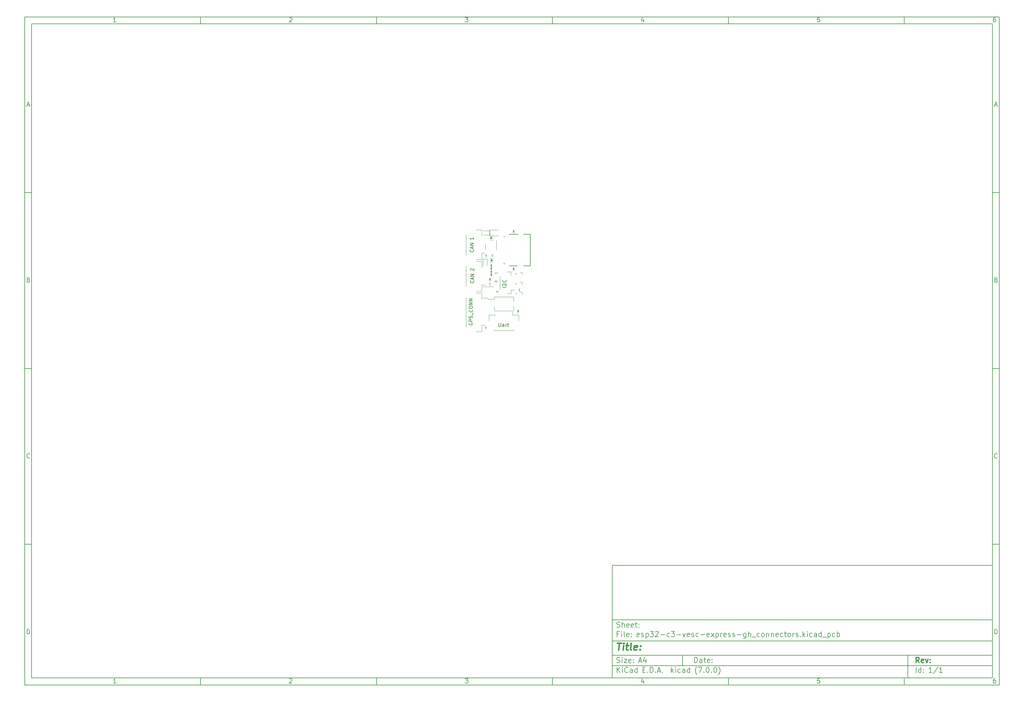
<source format=gbr>
%TF.GenerationSoftware,KiCad,Pcbnew,(7.0.0)*%
%TF.CreationDate,2023-02-27T05:24:14-06:00*%
%TF.ProjectId,esp32-c3-vesc-express-gh_connectors,65737033-322d-4633-932d-766573632d65,rev?*%
%TF.SameCoordinates,Original*%
%TF.FileFunction,Legend,Top*%
%TF.FilePolarity,Positive*%
%FSLAX46Y46*%
G04 Gerber Fmt 4.6, Leading zero omitted, Abs format (unit mm)*
G04 Created by KiCad (PCBNEW (7.0.0)) date 2023-02-27 05:24:14*
%MOMM*%
%LPD*%
G01*
G04 APERTURE LIST*
%ADD10C,0.100000*%
%ADD11C,0.150000*%
%ADD12C,0.300000*%
%ADD13C,0.400000*%
%ADD14C,0.075000*%
%ADD15C,0.120000*%
%ADD16C,0.350000*%
%ADD17C,0.200000*%
%ADD18C,0.050000*%
G04 APERTURE END LIST*
D10*
D11*
X177002200Y-166007200D02*
X285002200Y-166007200D01*
X285002200Y-198007200D01*
X177002200Y-198007200D01*
X177002200Y-166007200D01*
D10*
D11*
X10000000Y-10000000D02*
X287002200Y-10000000D01*
X287002200Y-200007200D01*
X10000000Y-200007200D01*
X10000000Y-10000000D01*
D10*
D11*
X12000000Y-12000000D02*
X285002200Y-12000000D01*
X285002200Y-198007200D01*
X12000000Y-198007200D01*
X12000000Y-12000000D01*
D10*
D11*
X60000000Y-12000000D02*
X60000000Y-10000000D01*
D10*
D11*
X110000000Y-12000000D02*
X110000000Y-10000000D01*
D10*
D11*
X160000000Y-12000000D02*
X160000000Y-10000000D01*
D10*
D11*
X210000000Y-12000000D02*
X210000000Y-10000000D01*
D10*
D11*
X260000000Y-12000000D02*
X260000000Y-10000000D01*
D10*
D11*
X35990476Y-11477595D02*
X35247619Y-11477595D01*
X35619047Y-11477595D02*
X35619047Y-10177595D01*
X35619047Y-10177595D02*
X35495238Y-10363309D01*
X35495238Y-10363309D02*
X35371428Y-10487119D01*
X35371428Y-10487119D02*
X35247619Y-10549023D01*
D10*
D11*
X85247619Y-10301404D02*
X85309523Y-10239500D01*
X85309523Y-10239500D02*
X85433333Y-10177595D01*
X85433333Y-10177595D02*
X85742857Y-10177595D01*
X85742857Y-10177595D02*
X85866666Y-10239500D01*
X85866666Y-10239500D02*
X85928571Y-10301404D01*
X85928571Y-10301404D02*
X85990476Y-10425214D01*
X85990476Y-10425214D02*
X85990476Y-10549023D01*
X85990476Y-10549023D02*
X85928571Y-10734738D01*
X85928571Y-10734738D02*
X85185714Y-11477595D01*
X85185714Y-11477595D02*
X85990476Y-11477595D01*
D10*
D11*
X135185714Y-10177595D02*
X135990476Y-10177595D01*
X135990476Y-10177595D02*
X135557142Y-10672833D01*
X135557142Y-10672833D02*
X135742857Y-10672833D01*
X135742857Y-10672833D02*
X135866666Y-10734738D01*
X135866666Y-10734738D02*
X135928571Y-10796642D01*
X135928571Y-10796642D02*
X135990476Y-10920452D01*
X135990476Y-10920452D02*
X135990476Y-11229976D01*
X135990476Y-11229976D02*
X135928571Y-11353785D01*
X135928571Y-11353785D02*
X135866666Y-11415690D01*
X135866666Y-11415690D02*
X135742857Y-11477595D01*
X135742857Y-11477595D02*
X135371428Y-11477595D01*
X135371428Y-11477595D02*
X135247619Y-11415690D01*
X135247619Y-11415690D02*
X135185714Y-11353785D01*
D10*
D11*
X185866666Y-10610928D02*
X185866666Y-11477595D01*
X185557142Y-10115690D02*
X185247619Y-11044261D01*
X185247619Y-11044261D02*
X186052380Y-11044261D01*
D10*
D11*
X235928571Y-10177595D02*
X235309523Y-10177595D01*
X235309523Y-10177595D02*
X235247619Y-10796642D01*
X235247619Y-10796642D02*
X235309523Y-10734738D01*
X235309523Y-10734738D02*
X235433333Y-10672833D01*
X235433333Y-10672833D02*
X235742857Y-10672833D01*
X235742857Y-10672833D02*
X235866666Y-10734738D01*
X235866666Y-10734738D02*
X235928571Y-10796642D01*
X235928571Y-10796642D02*
X235990476Y-10920452D01*
X235990476Y-10920452D02*
X235990476Y-11229976D01*
X235990476Y-11229976D02*
X235928571Y-11353785D01*
X235928571Y-11353785D02*
X235866666Y-11415690D01*
X235866666Y-11415690D02*
X235742857Y-11477595D01*
X235742857Y-11477595D02*
X235433333Y-11477595D01*
X235433333Y-11477595D02*
X235309523Y-11415690D01*
X235309523Y-11415690D02*
X235247619Y-11353785D01*
D10*
D11*
X285866666Y-10177595D02*
X285619047Y-10177595D01*
X285619047Y-10177595D02*
X285495238Y-10239500D01*
X285495238Y-10239500D02*
X285433333Y-10301404D01*
X285433333Y-10301404D02*
X285309523Y-10487119D01*
X285309523Y-10487119D02*
X285247619Y-10734738D01*
X285247619Y-10734738D02*
X285247619Y-11229976D01*
X285247619Y-11229976D02*
X285309523Y-11353785D01*
X285309523Y-11353785D02*
X285371428Y-11415690D01*
X285371428Y-11415690D02*
X285495238Y-11477595D01*
X285495238Y-11477595D02*
X285742857Y-11477595D01*
X285742857Y-11477595D02*
X285866666Y-11415690D01*
X285866666Y-11415690D02*
X285928571Y-11353785D01*
X285928571Y-11353785D02*
X285990476Y-11229976D01*
X285990476Y-11229976D02*
X285990476Y-10920452D01*
X285990476Y-10920452D02*
X285928571Y-10796642D01*
X285928571Y-10796642D02*
X285866666Y-10734738D01*
X285866666Y-10734738D02*
X285742857Y-10672833D01*
X285742857Y-10672833D02*
X285495238Y-10672833D01*
X285495238Y-10672833D02*
X285371428Y-10734738D01*
X285371428Y-10734738D02*
X285309523Y-10796642D01*
X285309523Y-10796642D02*
X285247619Y-10920452D01*
D10*
D11*
X60000000Y-198007200D02*
X60000000Y-200007200D01*
D10*
D11*
X110000000Y-198007200D02*
X110000000Y-200007200D01*
D10*
D11*
X160000000Y-198007200D02*
X160000000Y-200007200D01*
D10*
D11*
X210000000Y-198007200D02*
X210000000Y-200007200D01*
D10*
D11*
X260000000Y-198007200D02*
X260000000Y-200007200D01*
D10*
D11*
X35990476Y-199484795D02*
X35247619Y-199484795D01*
X35619047Y-199484795D02*
X35619047Y-198184795D01*
X35619047Y-198184795D02*
X35495238Y-198370509D01*
X35495238Y-198370509D02*
X35371428Y-198494319D01*
X35371428Y-198494319D02*
X35247619Y-198556223D01*
D10*
D11*
X85247619Y-198308604D02*
X85309523Y-198246700D01*
X85309523Y-198246700D02*
X85433333Y-198184795D01*
X85433333Y-198184795D02*
X85742857Y-198184795D01*
X85742857Y-198184795D02*
X85866666Y-198246700D01*
X85866666Y-198246700D02*
X85928571Y-198308604D01*
X85928571Y-198308604D02*
X85990476Y-198432414D01*
X85990476Y-198432414D02*
X85990476Y-198556223D01*
X85990476Y-198556223D02*
X85928571Y-198741938D01*
X85928571Y-198741938D02*
X85185714Y-199484795D01*
X85185714Y-199484795D02*
X85990476Y-199484795D01*
D10*
D11*
X135185714Y-198184795D02*
X135990476Y-198184795D01*
X135990476Y-198184795D02*
X135557142Y-198680033D01*
X135557142Y-198680033D02*
X135742857Y-198680033D01*
X135742857Y-198680033D02*
X135866666Y-198741938D01*
X135866666Y-198741938D02*
X135928571Y-198803842D01*
X135928571Y-198803842D02*
X135990476Y-198927652D01*
X135990476Y-198927652D02*
X135990476Y-199237176D01*
X135990476Y-199237176D02*
X135928571Y-199360985D01*
X135928571Y-199360985D02*
X135866666Y-199422890D01*
X135866666Y-199422890D02*
X135742857Y-199484795D01*
X135742857Y-199484795D02*
X135371428Y-199484795D01*
X135371428Y-199484795D02*
X135247619Y-199422890D01*
X135247619Y-199422890D02*
X135185714Y-199360985D01*
D10*
D11*
X185866666Y-198618128D02*
X185866666Y-199484795D01*
X185557142Y-198122890D02*
X185247619Y-199051461D01*
X185247619Y-199051461D02*
X186052380Y-199051461D01*
D10*
D11*
X235928571Y-198184795D02*
X235309523Y-198184795D01*
X235309523Y-198184795D02*
X235247619Y-198803842D01*
X235247619Y-198803842D02*
X235309523Y-198741938D01*
X235309523Y-198741938D02*
X235433333Y-198680033D01*
X235433333Y-198680033D02*
X235742857Y-198680033D01*
X235742857Y-198680033D02*
X235866666Y-198741938D01*
X235866666Y-198741938D02*
X235928571Y-198803842D01*
X235928571Y-198803842D02*
X235990476Y-198927652D01*
X235990476Y-198927652D02*
X235990476Y-199237176D01*
X235990476Y-199237176D02*
X235928571Y-199360985D01*
X235928571Y-199360985D02*
X235866666Y-199422890D01*
X235866666Y-199422890D02*
X235742857Y-199484795D01*
X235742857Y-199484795D02*
X235433333Y-199484795D01*
X235433333Y-199484795D02*
X235309523Y-199422890D01*
X235309523Y-199422890D02*
X235247619Y-199360985D01*
D10*
D11*
X285866666Y-198184795D02*
X285619047Y-198184795D01*
X285619047Y-198184795D02*
X285495238Y-198246700D01*
X285495238Y-198246700D02*
X285433333Y-198308604D01*
X285433333Y-198308604D02*
X285309523Y-198494319D01*
X285309523Y-198494319D02*
X285247619Y-198741938D01*
X285247619Y-198741938D02*
X285247619Y-199237176D01*
X285247619Y-199237176D02*
X285309523Y-199360985D01*
X285309523Y-199360985D02*
X285371428Y-199422890D01*
X285371428Y-199422890D02*
X285495238Y-199484795D01*
X285495238Y-199484795D02*
X285742857Y-199484795D01*
X285742857Y-199484795D02*
X285866666Y-199422890D01*
X285866666Y-199422890D02*
X285928571Y-199360985D01*
X285928571Y-199360985D02*
X285990476Y-199237176D01*
X285990476Y-199237176D02*
X285990476Y-198927652D01*
X285990476Y-198927652D02*
X285928571Y-198803842D01*
X285928571Y-198803842D02*
X285866666Y-198741938D01*
X285866666Y-198741938D02*
X285742857Y-198680033D01*
X285742857Y-198680033D02*
X285495238Y-198680033D01*
X285495238Y-198680033D02*
X285371428Y-198741938D01*
X285371428Y-198741938D02*
X285309523Y-198803842D01*
X285309523Y-198803842D02*
X285247619Y-198927652D01*
D10*
D11*
X10000000Y-60000000D02*
X12000000Y-60000000D01*
D10*
D11*
X10000000Y-110000000D02*
X12000000Y-110000000D01*
D10*
D11*
X10000000Y-160000000D02*
X12000000Y-160000000D01*
D10*
D11*
X10690476Y-35106166D02*
X11309523Y-35106166D01*
X10566666Y-35477595D02*
X10999999Y-34177595D01*
X10999999Y-34177595D02*
X11433333Y-35477595D01*
D10*
D11*
X11092857Y-84796642D02*
X11278571Y-84858547D01*
X11278571Y-84858547D02*
X11340476Y-84920452D01*
X11340476Y-84920452D02*
X11402380Y-85044261D01*
X11402380Y-85044261D02*
X11402380Y-85229976D01*
X11402380Y-85229976D02*
X11340476Y-85353785D01*
X11340476Y-85353785D02*
X11278571Y-85415690D01*
X11278571Y-85415690D02*
X11154761Y-85477595D01*
X11154761Y-85477595D02*
X10659523Y-85477595D01*
X10659523Y-85477595D02*
X10659523Y-84177595D01*
X10659523Y-84177595D02*
X11092857Y-84177595D01*
X11092857Y-84177595D02*
X11216666Y-84239500D01*
X11216666Y-84239500D02*
X11278571Y-84301404D01*
X11278571Y-84301404D02*
X11340476Y-84425214D01*
X11340476Y-84425214D02*
X11340476Y-84549023D01*
X11340476Y-84549023D02*
X11278571Y-84672833D01*
X11278571Y-84672833D02*
X11216666Y-84734738D01*
X11216666Y-84734738D02*
X11092857Y-84796642D01*
X11092857Y-84796642D02*
X10659523Y-84796642D01*
D10*
D11*
X11402380Y-135353785D02*
X11340476Y-135415690D01*
X11340476Y-135415690D02*
X11154761Y-135477595D01*
X11154761Y-135477595D02*
X11030952Y-135477595D01*
X11030952Y-135477595D02*
X10845238Y-135415690D01*
X10845238Y-135415690D02*
X10721428Y-135291880D01*
X10721428Y-135291880D02*
X10659523Y-135168071D01*
X10659523Y-135168071D02*
X10597619Y-134920452D01*
X10597619Y-134920452D02*
X10597619Y-134734738D01*
X10597619Y-134734738D02*
X10659523Y-134487119D01*
X10659523Y-134487119D02*
X10721428Y-134363309D01*
X10721428Y-134363309D02*
X10845238Y-134239500D01*
X10845238Y-134239500D02*
X11030952Y-134177595D01*
X11030952Y-134177595D02*
X11154761Y-134177595D01*
X11154761Y-134177595D02*
X11340476Y-134239500D01*
X11340476Y-134239500D02*
X11402380Y-134301404D01*
D10*
D11*
X10659523Y-185477595D02*
X10659523Y-184177595D01*
X10659523Y-184177595D02*
X10969047Y-184177595D01*
X10969047Y-184177595D02*
X11154761Y-184239500D01*
X11154761Y-184239500D02*
X11278571Y-184363309D01*
X11278571Y-184363309D02*
X11340476Y-184487119D01*
X11340476Y-184487119D02*
X11402380Y-184734738D01*
X11402380Y-184734738D02*
X11402380Y-184920452D01*
X11402380Y-184920452D02*
X11340476Y-185168071D01*
X11340476Y-185168071D02*
X11278571Y-185291880D01*
X11278571Y-185291880D02*
X11154761Y-185415690D01*
X11154761Y-185415690D02*
X10969047Y-185477595D01*
X10969047Y-185477595D02*
X10659523Y-185477595D01*
D10*
D11*
X287002200Y-60000000D02*
X285002200Y-60000000D01*
D10*
D11*
X287002200Y-110000000D02*
X285002200Y-110000000D01*
D10*
D11*
X287002200Y-160000000D02*
X285002200Y-160000000D01*
D10*
D11*
X285692676Y-35106166D02*
X286311723Y-35106166D01*
X285568866Y-35477595D02*
X286002199Y-34177595D01*
X286002199Y-34177595D02*
X286435533Y-35477595D01*
D10*
D11*
X286095057Y-84796642D02*
X286280771Y-84858547D01*
X286280771Y-84858547D02*
X286342676Y-84920452D01*
X286342676Y-84920452D02*
X286404580Y-85044261D01*
X286404580Y-85044261D02*
X286404580Y-85229976D01*
X286404580Y-85229976D02*
X286342676Y-85353785D01*
X286342676Y-85353785D02*
X286280771Y-85415690D01*
X286280771Y-85415690D02*
X286156961Y-85477595D01*
X286156961Y-85477595D02*
X285661723Y-85477595D01*
X285661723Y-85477595D02*
X285661723Y-84177595D01*
X285661723Y-84177595D02*
X286095057Y-84177595D01*
X286095057Y-84177595D02*
X286218866Y-84239500D01*
X286218866Y-84239500D02*
X286280771Y-84301404D01*
X286280771Y-84301404D02*
X286342676Y-84425214D01*
X286342676Y-84425214D02*
X286342676Y-84549023D01*
X286342676Y-84549023D02*
X286280771Y-84672833D01*
X286280771Y-84672833D02*
X286218866Y-84734738D01*
X286218866Y-84734738D02*
X286095057Y-84796642D01*
X286095057Y-84796642D02*
X285661723Y-84796642D01*
D10*
D11*
X286404580Y-135353785D02*
X286342676Y-135415690D01*
X286342676Y-135415690D02*
X286156961Y-135477595D01*
X286156961Y-135477595D02*
X286033152Y-135477595D01*
X286033152Y-135477595D02*
X285847438Y-135415690D01*
X285847438Y-135415690D02*
X285723628Y-135291880D01*
X285723628Y-135291880D02*
X285661723Y-135168071D01*
X285661723Y-135168071D02*
X285599819Y-134920452D01*
X285599819Y-134920452D02*
X285599819Y-134734738D01*
X285599819Y-134734738D02*
X285661723Y-134487119D01*
X285661723Y-134487119D02*
X285723628Y-134363309D01*
X285723628Y-134363309D02*
X285847438Y-134239500D01*
X285847438Y-134239500D02*
X286033152Y-134177595D01*
X286033152Y-134177595D02*
X286156961Y-134177595D01*
X286156961Y-134177595D02*
X286342676Y-134239500D01*
X286342676Y-134239500D02*
X286404580Y-134301404D01*
D10*
D11*
X285661723Y-185477595D02*
X285661723Y-184177595D01*
X285661723Y-184177595D02*
X285971247Y-184177595D01*
X285971247Y-184177595D02*
X286156961Y-184239500D01*
X286156961Y-184239500D02*
X286280771Y-184363309D01*
X286280771Y-184363309D02*
X286342676Y-184487119D01*
X286342676Y-184487119D02*
X286404580Y-184734738D01*
X286404580Y-184734738D02*
X286404580Y-184920452D01*
X286404580Y-184920452D02*
X286342676Y-185168071D01*
X286342676Y-185168071D02*
X286280771Y-185291880D01*
X286280771Y-185291880D02*
X286156961Y-185415690D01*
X286156961Y-185415690D02*
X285971247Y-185477595D01*
X285971247Y-185477595D02*
X285661723Y-185477595D01*
D10*
D11*
X200359342Y-193658271D02*
X200359342Y-192158271D01*
X200359342Y-192158271D02*
X200716485Y-192158271D01*
X200716485Y-192158271D02*
X200930771Y-192229700D01*
X200930771Y-192229700D02*
X201073628Y-192372557D01*
X201073628Y-192372557D02*
X201145057Y-192515414D01*
X201145057Y-192515414D02*
X201216485Y-192801128D01*
X201216485Y-192801128D02*
X201216485Y-193015414D01*
X201216485Y-193015414D02*
X201145057Y-193301128D01*
X201145057Y-193301128D02*
X201073628Y-193443985D01*
X201073628Y-193443985D02*
X200930771Y-193586842D01*
X200930771Y-193586842D02*
X200716485Y-193658271D01*
X200716485Y-193658271D02*
X200359342Y-193658271D01*
X202502200Y-193658271D02*
X202502200Y-192872557D01*
X202502200Y-192872557D02*
X202430771Y-192729700D01*
X202430771Y-192729700D02*
X202287914Y-192658271D01*
X202287914Y-192658271D02*
X202002200Y-192658271D01*
X202002200Y-192658271D02*
X201859342Y-192729700D01*
X202502200Y-193586842D02*
X202359342Y-193658271D01*
X202359342Y-193658271D02*
X202002200Y-193658271D01*
X202002200Y-193658271D02*
X201859342Y-193586842D01*
X201859342Y-193586842D02*
X201787914Y-193443985D01*
X201787914Y-193443985D02*
X201787914Y-193301128D01*
X201787914Y-193301128D02*
X201859342Y-193158271D01*
X201859342Y-193158271D02*
X202002200Y-193086842D01*
X202002200Y-193086842D02*
X202359342Y-193086842D01*
X202359342Y-193086842D02*
X202502200Y-193015414D01*
X203002200Y-192658271D02*
X203573628Y-192658271D01*
X203216485Y-192158271D02*
X203216485Y-193443985D01*
X203216485Y-193443985D02*
X203287914Y-193586842D01*
X203287914Y-193586842D02*
X203430771Y-193658271D01*
X203430771Y-193658271D02*
X203573628Y-193658271D01*
X204645057Y-193586842D02*
X204502200Y-193658271D01*
X204502200Y-193658271D02*
X204216486Y-193658271D01*
X204216486Y-193658271D02*
X204073628Y-193586842D01*
X204073628Y-193586842D02*
X204002200Y-193443985D01*
X204002200Y-193443985D02*
X204002200Y-192872557D01*
X204002200Y-192872557D02*
X204073628Y-192729700D01*
X204073628Y-192729700D02*
X204216486Y-192658271D01*
X204216486Y-192658271D02*
X204502200Y-192658271D01*
X204502200Y-192658271D02*
X204645057Y-192729700D01*
X204645057Y-192729700D02*
X204716486Y-192872557D01*
X204716486Y-192872557D02*
X204716486Y-193015414D01*
X204716486Y-193015414D02*
X204002200Y-193158271D01*
X205359342Y-193515414D02*
X205430771Y-193586842D01*
X205430771Y-193586842D02*
X205359342Y-193658271D01*
X205359342Y-193658271D02*
X205287914Y-193586842D01*
X205287914Y-193586842D02*
X205359342Y-193515414D01*
X205359342Y-193515414D02*
X205359342Y-193658271D01*
X205359342Y-192729700D02*
X205430771Y-192801128D01*
X205430771Y-192801128D02*
X205359342Y-192872557D01*
X205359342Y-192872557D02*
X205287914Y-192801128D01*
X205287914Y-192801128D02*
X205359342Y-192729700D01*
X205359342Y-192729700D02*
X205359342Y-192872557D01*
D10*
D11*
X177002200Y-194507200D02*
X285002200Y-194507200D01*
D10*
D11*
X178359342Y-196458271D02*
X178359342Y-194958271D01*
X179216485Y-196458271D02*
X178573628Y-195601128D01*
X179216485Y-194958271D02*
X178359342Y-195815414D01*
X179859342Y-196458271D02*
X179859342Y-195458271D01*
X179859342Y-194958271D02*
X179787914Y-195029700D01*
X179787914Y-195029700D02*
X179859342Y-195101128D01*
X179859342Y-195101128D02*
X179930771Y-195029700D01*
X179930771Y-195029700D02*
X179859342Y-194958271D01*
X179859342Y-194958271D02*
X179859342Y-195101128D01*
X181430771Y-196315414D02*
X181359343Y-196386842D01*
X181359343Y-196386842D02*
X181145057Y-196458271D01*
X181145057Y-196458271D02*
X181002200Y-196458271D01*
X181002200Y-196458271D02*
X180787914Y-196386842D01*
X180787914Y-196386842D02*
X180645057Y-196243985D01*
X180645057Y-196243985D02*
X180573628Y-196101128D01*
X180573628Y-196101128D02*
X180502200Y-195815414D01*
X180502200Y-195815414D02*
X180502200Y-195601128D01*
X180502200Y-195601128D02*
X180573628Y-195315414D01*
X180573628Y-195315414D02*
X180645057Y-195172557D01*
X180645057Y-195172557D02*
X180787914Y-195029700D01*
X180787914Y-195029700D02*
X181002200Y-194958271D01*
X181002200Y-194958271D02*
X181145057Y-194958271D01*
X181145057Y-194958271D02*
X181359343Y-195029700D01*
X181359343Y-195029700D02*
X181430771Y-195101128D01*
X182716486Y-196458271D02*
X182716486Y-195672557D01*
X182716486Y-195672557D02*
X182645057Y-195529700D01*
X182645057Y-195529700D02*
X182502200Y-195458271D01*
X182502200Y-195458271D02*
X182216486Y-195458271D01*
X182216486Y-195458271D02*
X182073628Y-195529700D01*
X182716486Y-196386842D02*
X182573628Y-196458271D01*
X182573628Y-196458271D02*
X182216486Y-196458271D01*
X182216486Y-196458271D02*
X182073628Y-196386842D01*
X182073628Y-196386842D02*
X182002200Y-196243985D01*
X182002200Y-196243985D02*
X182002200Y-196101128D01*
X182002200Y-196101128D02*
X182073628Y-195958271D01*
X182073628Y-195958271D02*
X182216486Y-195886842D01*
X182216486Y-195886842D02*
X182573628Y-195886842D01*
X182573628Y-195886842D02*
X182716486Y-195815414D01*
X184073629Y-196458271D02*
X184073629Y-194958271D01*
X184073629Y-196386842D02*
X183930771Y-196458271D01*
X183930771Y-196458271D02*
X183645057Y-196458271D01*
X183645057Y-196458271D02*
X183502200Y-196386842D01*
X183502200Y-196386842D02*
X183430771Y-196315414D01*
X183430771Y-196315414D02*
X183359343Y-196172557D01*
X183359343Y-196172557D02*
X183359343Y-195743985D01*
X183359343Y-195743985D02*
X183430771Y-195601128D01*
X183430771Y-195601128D02*
X183502200Y-195529700D01*
X183502200Y-195529700D02*
X183645057Y-195458271D01*
X183645057Y-195458271D02*
X183930771Y-195458271D01*
X183930771Y-195458271D02*
X184073629Y-195529700D01*
X185687914Y-195672557D02*
X186187914Y-195672557D01*
X186402200Y-196458271D02*
X185687914Y-196458271D01*
X185687914Y-196458271D02*
X185687914Y-194958271D01*
X185687914Y-194958271D02*
X186402200Y-194958271D01*
X187045057Y-196315414D02*
X187116486Y-196386842D01*
X187116486Y-196386842D02*
X187045057Y-196458271D01*
X187045057Y-196458271D02*
X186973629Y-196386842D01*
X186973629Y-196386842D02*
X187045057Y-196315414D01*
X187045057Y-196315414D02*
X187045057Y-196458271D01*
X187759343Y-196458271D02*
X187759343Y-194958271D01*
X187759343Y-194958271D02*
X188116486Y-194958271D01*
X188116486Y-194958271D02*
X188330772Y-195029700D01*
X188330772Y-195029700D02*
X188473629Y-195172557D01*
X188473629Y-195172557D02*
X188545058Y-195315414D01*
X188545058Y-195315414D02*
X188616486Y-195601128D01*
X188616486Y-195601128D02*
X188616486Y-195815414D01*
X188616486Y-195815414D02*
X188545058Y-196101128D01*
X188545058Y-196101128D02*
X188473629Y-196243985D01*
X188473629Y-196243985D02*
X188330772Y-196386842D01*
X188330772Y-196386842D02*
X188116486Y-196458271D01*
X188116486Y-196458271D02*
X187759343Y-196458271D01*
X189259343Y-196315414D02*
X189330772Y-196386842D01*
X189330772Y-196386842D02*
X189259343Y-196458271D01*
X189259343Y-196458271D02*
X189187915Y-196386842D01*
X189187915Y-196386842D02*
X189259343Y-196315414D01*
X189259343Y-196315414D02*
X189259343Y-196458271D01*
X189902201Y-196029700D02*
X190616487Y-196029700D01*
X189759344Y-196458271D02*
X190259344Y-194958271D01*
X190259344Y-194958271D02*
X190759344Y-196458271D01*
X191259343Y-196315414D02*
X191330772Y-196386842D01*
X191330772Y-196386842D02*
X191259343Y-196458271D01*
X191259343Y-196458271D02*
X191187915Y-196386842D01*
X191187915Y-196386842D02*
X191259343Y-196315414D01*
X191259343Y-196315414D02*
X191259343Y-196458271D01*
X193773629Y-196458271D02*
X193773629Y-194958271D01*
X193916487Y-195886842D02*
X194345058Y-196458271D01*
X194345058Y-195458271D02*
X193773629Y-196029700D01*
X194987915Y-196458271D02*
X194987915Y-195458271D01*
X194987915Y-194958271D02*
X194916487Y-195029700D01*
X194916487Y-195029700D02*
X194987915Y-195101128D01*
X194987915Y-195101128D02*
X195059344Y-195029700D01*
X195059344Y-195029700D02*
X194987915Y-194958271D01*
X194987915Y-194958271D02*
X194987915Y-195101128D01*
X196345059Y-196386842D02*
X196202201Y-196458271D01*
X196202201Y-196458271D02*
X195916487Y-196458271D01*
X195916487Y-196458271D02*
X195773630Y-196386842D01*
X195773630Y-196386842D02*
X195702201Y-196315414D01*
X195702201Y-196315414D02*
X195630773Y-196172557D01*
X195630773Y-196172557D02*
X195630773Y-195743985D01*
X195630773Y-195743985D02*
X195702201Y-195601128D01*
X195702201Y-195601128D02*
X195773630Y-195529700D01*
X195773630Y-195529700D02*
X195916487Y-195458271D01*
X195916487Y-195458271D02*
X196202201Y-195458271D01*
X196202201Y-195458271D02*
X196345059Y-195529700D01*
X197630773Y-196458271D02*
X197630773Y-195672557D01*
X197630773Y-195672557D02*
X197559344Y-195529700D01*
X197559344Y-195529700D02*
X197416487Y-195458271D01*
X197416487Y-195458271D02*
X197130773Y-195458271D01*
X197130773Y-195458271D02*
X196987915Y-195529700D01*
X197630773Y-196386842D02*
X197487915Y-196458271D01*
X197487915Y-196458271D02*
X197130773Y-196458271D01*
X197130773Y-196458271D02*
X196987915Y-196386842D01*
X196987915Y-196386842D02*
X196916487Y-196243985D01*
X196916487Y-196243985D02*
X196916487Y-196101128D01*
X196916487Y-196101128D02*
X196987915Y-195958271D01*
X196987915Y-195958271D02*
X197130773Y-195886842D01*
X197130773Y-195886842D02*
X197487915Y-195886842D01*
X197487915Y-195886842D02*
X197630773Y-195815414D01*
X198987916Y-196458271D02*
X198987916Y-194958271D01*
X198987916Y-196386842D02*
X198845058Y-196458271D01*
X198845058Y-196458271D02*
X198559344Y-196458271D01*
X198559344Y-196458271D02*
X198416487Y-196386842D01*
X198416487Y-196386842D02*
X198345058Y-196315414D01*
X198345058Y-196315414D02*
X198273630Y-196172557D01*
X198273630Y-196172557D02*
X198273630Y-195743985D01*
X198273630Y-195743985D02*
X198345058Y-195601128D01*
X198345058Y-195601128D02*
X198416487Y-195529700D01*
X198416487Y-195529700D02*
X198559344Y-195458271D01*
X198559344Y-195458271D02*
X198845058Y-195458271D01*
X198845058Y-195458271D02*
X198987916Y-195529700D01*
X201030773Y-197029700D02*
X200959344Y-196958271D01*
X200959344Y-196958271D02*
X200816487Y-196743985D01*
X200816487Y-196743985D02*
X200745059Y-196601128D01*
X200745059Y-196601128D02*
X200673630Y-196386842D01*
X200673630Y-196386842D02*
X200602201Y-196029700D01*
X200602201Y-196029700D02*
X200602201Y-195743985D01*
X200602201Y-195743985D02*
X200673630Y-195386842D01*
X200673630Y-195386842D02*
X200745059Y-195172557D01*
X200745059Y-195172557D02*
X200816487Y-195029700D01*
X200816487Y-195029700D02*
X200959344Y-194815414D01*
X200959344Y-194815414D02*
X201030773Y-194743985D01*
X201459344Y-194958271D02*
X202459344Y-194958271D01*
X202459344Y-194958271D02*
X201816487Y-196458271D01*
X203030772Y-196315414D02*
X203102201Y-196386842D01*
X203102201Y-196386842D02*
X203030772Y-196458271D01*
X203030772Y-196458271D02*
X202959344Y-196386842D01*
X202959344Y-196386842D02*
X203030772Y-196315414D01*
X203030772Y-196315414D02*
X203030772Y-196458271D01*
X204030773Y-194958271D02*
X204173630Y-194958271D01*
X204173630Y-194958271D02*
X204316487Y-195029700D01*
X204316487Y-195029700D02*
X204387916Y-195101128D01*
X204387916Y-195101128D02*
X204459344Y-195243985D01*
X204459344Y-195243985D02*
X204530773Y-195529700D01*
X204530773Y-195529700D02*
X204530773Y-195886842D01*
X204530773Y-195886842D02*
X204459344Y-196172557D01*
X204459344Y-196172557D02*
X204387916Y-196315414D01*
X204387916Y-196315414D02*
X204316487Y-196386842D01*
X204316487Y-196386842D02*
X204173630Y-196458271D01*
X204173630Y-196458271D02*
X204030773Y-196458271D01*
X204030773Y-196458271D02*
X203887916Y-196386842D01*
X203887916Y-196386842D02*
X203816487Y-196315414D01*
X203816487Y-196315414D02*
X203745058Y-196172557D01*
X203745058Y-196172557D02*
X203673630Y-195886842D01*
X203673630Y-195886842D02*
X203673630Y-195529700D01*
X203673630Y-195529700D02*
X203745058Y-195243985D01*
X203745058Y-195243985D02*
X203816487Y-195101128D01*
X203816487Y-195101128D02*
X203887916Y-195029700D01*
X203887916Y-195029700D02*
X204030773Y-194958271D01*
X205173629Y-196315414D02*
X205245058Y-196386842D01*
X205245058Y-196386842D02*
X205173629Y-196458271D01*
X205173629Y-196458271D02*
X205102201Y-196386842D01*
X205102201Y-196386842D02*
X205173629Y-196315414D01*
X205173629Y-196315414D02*
X205173629Y-196458271D01*
X206173630Y-194958271D02*
X206316487Y-194958271D01*
X206316487Y-194958271D02*
X206459344Y-195029700D01*
X206459344Y-195029700D02*
X206530773Y-195101128D01*
X206530773Y-195101128D02*
X206602201Y-195243985D01*
X206602201Y-195243985D02*
X206673630Y-195529700D01*
X206673630Y-195529700D02*
X206673630Y-195886842D01*
X206673630Y-195886842D02*
X206602201Y-196172557D01*
X206602201Y-196172557D02*
X206530773Y-196315414D01*
X206530773Y-196315414D02*
X206459344Y-196386842D01*
X206459344Y-196386842D02*
X206316487Y-196458271D01*
X206316487Y-196458271D02*
X206173630Y-196458271D01*
X206173630Y-196458271D02*
X206030773Y-196386842D01*
X206030773Y-196386842D02*
X205959344Y-196315414D01*
X205959344Y-196315414D02*
X205887915Y-196172557D01*
X205887915Y-196172557D02*
X205816487Y-195886842D01*
X205816487Y-195886842D02*
X205816487Y-195529700D01*
X205816487Y-195529700D02*
X205887915Y-195243985D01*
X205887915Y-195243985D02*
X205959344Y-195101128D01*
X205959344Y-195101128D02*
X206030773Y-195029700D01*
X206030773Y-195029700D02*
X206173630Y-194958271D01*
X207173629Y-197029700D02*
X207245058Y-196958271D01*
X207245058Y-196958271D02*
X207387915Y-196743985D01*
X207387915Y-196743985D02*
X207459344Y-196601128D01*
X207459344Y-196601128D02*
X207530772Y-196386842D01*
X207530772Y-196386842D02*
X207602201Y-196029700D01*
X207602201Y-196029700D02*
X207602201Y-195743985D01*
X207602201Y-195743985D02*
X207530772Y-195386842D01*
X207530772Y-195386842D02*
X207459344Y-195172557D01*
X207459344Y-195172557D02*
X207387915Y-195029700D01*
X207387915Y-195029700D02*
X207245058Y-194815414D01*
X207245058Y-194815414D02*
X207173629Y-194743985D01*
D10*
D11*
X177002200Y-191507200D02*
X285002200Y-191507200D01*
D10*
D12*
X264216485Y-193658271D02*
X263716485Y-192943985D01*
X263359342Y-193658271D02*
X263359342Y-192158271D01*
X263359342Y-192158271D02*
X263930771Y-192158271D01*
X263930771Y-192158271D02*
X264073628Y-192229700D01*
X264073628Y-192229700D02*
X264145057Y-192301128D01*
X264145057Y-192301128D02*
X264216485Y-192443985D01*
X264216485Y-192443985D02*
X264216485Y-192658271D01*
X264216485Y-192658271D02*
X264145057Y-192801128D01*
X264145057Y-192801128D02*
X264073628Y-192872557D01*
X264073628Y-192872557D02*
X263930771Y-192943985D01*
X263930771Y-192943985D02*
X263359342Y-192943985D01*
X265430771Y-193586842D02*
X265287914Y-193658271D01*
X265287914Y-193658271D02*
X265002200Y-193658271D01*
X265002200Y-193658271D02*
X264859342Y-193586842D01*
X264859342Y-193586842D02*
X264787914Y-193443985D01*
X264787914Y-193443985D02*
X264787914Y-192872557D01*
X264787914Y-192872557D02*
X264859342Y-192729700D01*
X264859342Y-192729700D02*
X265002200Y-192658271D01*
X265002200Y-192658271D02*
X265287914Y-192658271D01*
X265287914Y-192658271D02*
X265430771Y-192729700D01*
X265430771Y-192729700D02*
X265502200Y-192872557D01*
X265502200Y-192872557D02*
X265502200Y-193015414D01*
X265502200Y-193015414D02*
X264787914Y-193158271D01*
X266002199Y-192658271D02*
X266359342Y-193658271D01*
X266359342Y-193658271D02*
X266716485Y-192658271D01*
X267287913Y-193515414D02*
X267359342Y-193586842D01*
X267359342Y-193586842D02*
X267287913Y-193658271D01*
X267287913Y-193658271D02*
X267216485Y-193586842D01*
X267216485Y-193586842D02*
X267287913Y-193515414D01*
X267287913Y-193515414D02*
X267287913Y-193658271D01*
X267287913Y-192729700D02*
X267359342Y-192801128D01*
X267359342Y-192801128D02*
X267287913Y-192872557D01*
X267287913Y-192872557D02*
X267216485Y-192801128D01*
X267216485Y-192801128D02*
X267287913Y-192729700D01*
X267287913Y-192729700D02*
X267287913Y-192872557D01*
D10*
D11*
X178287914Y-193586842D02*
X178502200Y-193658271D01*
X178502200Y-193658271D02*
X178859342Y-193658271D01*
X178859342Y-193658271D02*
X179002200Y-193586842D01*
X179002200Y-193586842D02*
X179073628Y-193515414D01*
X179073628Y-193515414D02*
X179145057Y-193372557D01*
X179145057Y-193372557D02*
X179145057Y-193229700D01*
X179145057Y-193229700D02*
X179073628Y-193086842D01*
X179073628Y-193086842D02*
X179002200Y-193015414D01*
X179002200Y-193015414D02*
X178859342Y-192943985D01*
X178859342Y-192943985D02*
X178573628Y-192872557D01*
X178573628Y-192872557D02*
X178430771Y-192801128D01*
X178430771Y-192801128D02*
X178359342Y-192729700D01*
X178359342Y-192729700D02*
X178287914Y-192586842D01*
X178287914Y-192586842D02*
X178287914Y-192443985D01*
X178287914Y-192443985D02*
X178359342Y-192301128D01*
X178359342Y-192301128D02*
X178430771Y-192229700D01*
X178430771Y-192229700D02*
X178573628Y-192158271D01*
X178573628Y-192158271D02*
X178930771Y-192158271D01*
X178930771Y-192158271D02*
X179145057Y-192229700D01*
X179787913Y-193658271D02*
X179787913Y-192658271D01*
X179787913Y-192158271D02*
X179716485Y-192229700D01*
X179716485Y-192229700D02*
X179787913Y-192301128D01*
X179787913Y-192301128D02*
X179859342Y-192229700D01*
X179859342Y-192229700D02*
X179787913Y-192158271D01*
X179787913Y-192158271D02*
X179787913Y-192301128D01*
X180359342Y-192658271D02*
X181145057Y-192658271D01*
X181145057Y-192658271D02*
X180359342Y-193658271D01*
X180359342Y-193658271D02*
X181145057Y-193658271D01*
X182287914Y-193586842D02*
X182145057Y-193658271D01*
X182145057Y-193658271D02*
X181859343Y-193658271D01*
X181859343Y-193658271D02*
X181716485Y-193586842D01*
X181716485Y-193586842D02*
X181645057Y-193443985D01*
X181645057Y-193443985D02*
X181645057Y-192872557D01*
X181645057Y-192872557D02*
X181716485Y-192729700D01*
X181716485Y-192729700D02*
X181859343Y-192658271D01*
X181859343Y-192658271D02*
X182145057Y-192658271D01*
X182145057Y-192658271D02*
X182287914Y-192729700D01*
X182287914Y-192729700D02*
X182359343Y-192872557D01*
X182359343Y-192872557D02*
X182359343Y-193015414D01*
X182359343Y-193015414D02*
X181645057Y-193158271D01*
X183002199Y-193515414D02*
X183073628Y-193586842D01*
X183073628Y-193586842D02*
X183002199Y-193658271D01*
X183002199Y-193658271D02*
X182930771Y-193586842D01*
X182930771Y-193586842D02*
X183002199Y-193515414D01*
X183002199Y-193515414D02*
X183002199Y-193658271D01*
X183002199Y-192729700D02*
X183073628Y-192801128D01*
X183073628Y-192801128D02*
X183002199Y-192872557D01*
X183002199Y-192872557D02*
X182930771Y-192801128D01*
X182930771Y-192801128D02*
X183002199Y-192729700D01*
X183002199Y-192729700D02*
X183002199Y-192872557D01*
X184545057Y-193229700D02*
X185259343Y-193229700D01*
X184402200Y-193658271D02*
X184902200Y-192158271D01*
X184902200Y-192158271D02*
X185402200Y-193658271D01*
X186545057Y-192658271D02*
X186545057Y-193658271D01*
X186187914Y-192086842D02*
X185830771Y-193158271D01*
X185830771Y-193158271D02*
X186759342Y-193158271D01*
D10*
D11*
X263359342Y-196458271D02*
X263359342Y-194958271D01*
X264716486Y-196458271D02*
X264716486Y-194958271D01*
X264716486Y-196386842D02*
X264573628Y-196458271D01*
X264573628Y-196458271D02*
X264287914Y-196458271D01*
X264287914Y-196458271D02*
X264145057Y-196386842D01*
X264145057Y-196386842D02*
X264073628Y-196315414D01*
X264073628Y-196315414D02*
X264002200Y-196172557D01*
X264002200Y-196172557D02*
X264002200Y-195743985D01*
X264002200Y-195743985D02*
X264073628Y-195601128D01*
X264073628Y-195601128D02*
X264145057Y-195529700D01*
X264145057Y-195529700D02*
X264287914Y-195458271D01*
X264287914Y-195458271D02*
X264573628Y-195458271D01*
X264573628Y-195458271D02*
X264716486Y-195529700D01*
X265430771Y-196315414D02*
X265502200Y-196386842D01*
X265502200Y-196386842D02*
X265430771Y-196458271D01*
X265430771Y-196458271D02*
X265359343Y-196386842D01*
X265359343Y-196386842D02*
X265430771Y-196315414D01*
X265430771Y-196315414D02*
X265430771Y-196458271D01*
X265430771Y-195529700D02*
X265502200Y-195601128D01*
X265502200Y-195601128D02*
X265430771Y-195672557D01*
X265430771Y-195672557D02*
X265359343Y-195601128D01*
X265359343Y-195601128D02*
X265430771Y-195529700D01*
X265430771Y-195529700D02*
X265430771Y-195672557D01*
X267830772Y-196458271D02*
X266973629Y-196458271D01*
X267402200Y-196458271D02*
X267402200Y-194958271D01*
X267402200Y-194958271D02*
X267259343Y-195172557D01*
X267259343Y-195172557D02*
X267116486Y-195315414D01*
X267116486Y-195315414D02*
X266973629Y-195386842D01*
X269545057Y-194886842D02*
X268259343Y-196815414D01*
X270830772Y-196458271D02*
X269973629Y-196458271D01*
X270402200Y-196458271D02*
X270402200Y-194958271D01*
X270402200Y-194958271D02*
X270259343Y-195172557D01*
X270259343Y-195172557D02*
X270116486Y-195315414D01*
X270116486Y-195315414D02*
X269973629Y-195386842D01*
D10*
D11*
X177002200Y-187507200D02*
X285002200Y-187507200D01*
D10*
D13*
X178454580Y-188041961D02*
X179597438Y-188041961D01*
X178776009Y-190041961D02*
X179026009Y-188041961D01*
X180014105Y-190041961D02*
X180180771Y-188708628D01*
X180264105Y-188041961D02*
X180156962Y-188137200D01*
X180156962Y-188137200D02*
X180240295Y-188232438D01*
X180240295Y-188232438D02*
X180347438Y-188137200D01*
X180347438Y-188137200D02*
X180264105Y-188041961D01*
X180264105Y-188041961D02*
X180240295Y-188232438D01*
X180847438Y-188708628D02*
X181609343Y-188708628D01*
X181216486Y-188041961D02*
X181002200Y-189756247D01*
X181002200Y-189756247D02*
X181073629Y-189946723D01*
X181073629Y-189946723D02*
X181252200Y-190041961D01*
X181252200Y-190041961D02*
X181442676Y-190041961D01*
X182395057Y-190041961D02*
X182216486Y-189946723D01*
X182216486Y-189946723D02*
X182145057Y-189756247D01*
X182145057Y-189756247D02*
X182359343Y-188041961D01*
X183930771Y-189946723D02*
X183728390Y-190041961D01*
X183728390Y-190041961D02*
X183347438Y-190041961D01*
X183347438Y-190041961D02*
X183168867Y-189946723D01*
X183168867Y-189946723D02*
X183097438Y-189756247D01*
X183097438Y-189756247D02*
X183192676Y-188994342D01*
X183192676Y-188994342D02*
X183311724Y-188803866D01*
X183311724Y-188803866D02*
X183514105Y-188708628D01*
X183514105Y-188708628D02*
X183895057Y-188708628D01*
X183895057Y-188708628D02*
X184073628Y-188803866D01*
X184073628Y-188803866D02*
X184145057Y-188994342D01*
X184145057Y-188994342D02*
X184121247Y-189184819D01*
X184121247Y-189184819D02*
X183145057Y-189375295D01*
X184895057Y-189851485D02*
X184978391Y-189946723D01*
X184978391Y-189946723D02*
X184871248Y-190041961D01*
X184871248Y-190041961D02*
X184787914Y-189946723D01*
X184787914Y-189946723D02*
X184895057Y-189851485D01*
X184895057Y-189851485D02*
X184871248Y-190041961D01*
X185026010Y-188803866D02*
X185109343Y-188899104D01*
X185109343Y-188899104D02*
X185002200Y-188994342D01*
X185002200Y-188994342D02*
X184918867Y-188899104D01*
X184918867Y-188899104D02*
X185026010Y-188803866D01*
X185026010Y-188803866D02*
X185002200Y-188994342D01*
D10*
D11*
X178859342Y-185472557D02*
X178359342Y-185472557D01*
X178359342Y-186258271D02*
X178359342Y-184758271D01*
X178359342Y-184758271D02*
X179073628Y-184758271D01*
X179645056Y-186258271D02*
X179645056Y-185258271D01*
X179645056Y-184758271D02*
X179573628Y-184829700D01*
X179573628Y-184829700D02*
X179645056Y-184901128D01*
X179645056Y-184901128D02*
X179716485Y-184829700D01*
X179716485Y-184829700D02*
X179645056Y-184758271D01*
X179645056Y-184758271D02*
X179645056Y-184901128D01*
X180573628Y-186258271D02*
X180430771Y-186186842D01*
X180430771Y-186186842D02*
X180359342Y-186043985D01*
X180359342Y-186043985D02*
X180359342Y-184758271D01*
X181716485Y-186186842D02*
X181573628Y-186258271D01*
X181573628Y-186258271D02*
X181287914Y-186258271D01*
X181287914Y-186258271D02*
X181145056Y-186186842D01*
X181145056Y-186186842D02*
X181073628Y-186043985D01*
X181073628Y-186043985D02*
X181073628Y-185472557D01*
X181073628Y-185472557D02*
X181145056Y-185329700D01*
X181145056Y-185329700D02*
X181287914Y-185258271D01*
X181287914Y-185258271D02*
X181573628Y-185258271D01*
X181573628Y-185258271D02*
X181716485Y-185329700D01*
X181716485Y-185329700D02*
X181787914Y-185472557D01*
X181787914Y-185472557D02*
X181787914Y-185615414D01*
X181787914Y-185615414D02*
X181073628Y-185758271D01*
X182430770Y-186115414D02*
X182502199Y-186186842D01*
X182502199Y-186186842D02*
X182430770Y-186258271D01*
X182430770Y-186258271D02*
X182359342Y-186186842D01*
X182359342Y-186186842D02*
X182430770Y-186115414D01*
X182430770Y-186115414D02*
X182430770Y-186258271D01*
X182430770Y-185329700D02*
X182502199Y-185401128D01*
X182502199Y-185401128D02*
X182430770Y-185472557D01*
X182430770Y-185472557D02*
X182359342Y-185401128D01*
X182359342Y-185401128D02*
X182430770Y-185329700D01*
X182430770Y-185329700D02*
X182430770Y-185472557D01*
X184616485Y-186186842D02*
X184473628Y-186258271D01*
X184473628Y-186258271D02*
X184187914Y-186258271D01*
X184187914Y-186258271D02*
X184045056Y-186186842D01*
X184045056Y-186186842D02*
X183973628Y-186043985D01*
X183973628Y-186043985D02*
X183973628Y-185472557D01*
X183973628Y-185472557D02*
X184045056Y-185329700D01*
X184045056Y-185329700D02*
X184187914Y-185258271D01*
X184187914Y-185258271D02*
X184473628Y-185258271D01*
X184473628Y-185258271D02*
X184616485Y-185329700D01*
X184616485Y-185329700D02*
X184687914Y-185472557D01*
X184687914Y-185472557D02*
X184687914Y-185615414D01*
X184687914Y-185615414D02*
X183973628Y-185758271D01*
X185259342Y-186186842D02*
X185402199Y-186258271D01*
X185402199Y-186258271D02*
X185687913Y-186258271D01*
X185687913Y-186258271D02*
X185830770Y-186186842D01*
X185830770Y-186186842D02*
X185902199Y-186043985D01*
X185902199Y-186043985D02*
X185902199Y-185972557D01*
X185902199Y-185972557D02*
X185830770Y-185829700D01*
X185830770Y-185829700D02*
X185687913Y-185758271D01*
X185687913Y-185758271D02*
X185473628Y-185758271D01*
X185473628Y-185758271D02*
X185330770Y-185686842D01*
X185330770Y-185686842D02*
X185259342Y-185543985D01*
X185259342Y-185543985D02*
X185259342Y-185472557D01*
X185259342Y-185472557D02*
X185330770Y-185329700D01*
X185330770Y-185329700D02*
X185473628Y-185258271D01*
X185473628Y-185258271D02*
X185687913Y-185258271D01*
X185687913Y-185258271D02*
X185830770Y-185329700D01*
X186545056Y-185258271D02*
X186545056Y-186758271D01*
X186545056Y-185329700D02*
X186687914Y-185258271D01*
X186687914Y-185258271D02*
X186973628Y-185258271D01*
X186973628Y-185258271D02*
X187116485Y-185329700D01*
X187116485Y-185329700D02*
X187187914Y-185401128D01*
X187187914Y-185401128D02*
X187259342Y-185543985D01*
X187259342Y-185543985D02*
X187259342Y-185972557D01*
X187259342Y-185972557D02*
X187187914Y-186115414D01*
X187187914Y-186115414D02*
X187116485Y-186186842D01*
X187116485Y-186186842D02*
X186973628Y-186258271D01*
X186973628Y-186258271D02*
X186687914Y-186258271D01*
X186687914Y-186258271D02*
X186545056Y-186186842D01*
X187759342Y-184758271D02*
X188687914Y-184758271D01*
X188687914Y-184758271D02*
X188187914Y-185329700D01*
X188187914Y-185329700D02*
X188402199Y-185329700D01*
X188402199Y-185329700D02*
X188545057Y-185401128D01*
X188545057Y-185401128D02*
X188616485Y-185472557D01*
X188616485Y-185472557D02*
X188687914Y-185615414D01*
X188687914Y-185615414D02*
X188687914Y-185972557D01*
X188687914Y-185972557D02*
X188616485Y-186115414D01*
X188616485Y-186115414D02*
X188545057Y-186186842D01*
X188545057Y-186186842D02*
X188402199Y-186258271D01*
X188402199Y-186258271D02*
X187973628Y-186258271D01*
X187973628Y-186258271D02*
X187830771Y-186186842D01*
X187830771Y-186186842D02*
X187759342Y-186115414D01*
X189259342Y-184901128D02*
X189330770Y-184829700D01*
X189330770Y-184829700D02*
X189473628Y-184758271D01*
X189473628Y-184758271D02*
X189830770Y-184758271D01*
X189830770Y-184758271D02*
X189973628Y-184829700D01*
X189973628Y-184829700D02*
X190045056Y-184901128D01*
X190045056Y-184901128D02*
X190116485Y-185043985D01*
X190116485Y-185043985D02*
X190116485Y-185186842D01*
X190116485Y-185186842D02*
X190045056Y-185401128D01*
X190045056Y-185401128D02*
X189187913Y-186258271D01*
X189187913Y-186258271D02*
X190116485Y-186258271D01*
X190759341Y-185686842D02*
X191902199Y-185686842D01*
X193259342Y-186186842D02*
X193116484Y-186258271D01*
X193116484Y-186258271D02*
X192830770Y-186258271D01*
X192830770Y-186258271D02*
X192687913Y-186186842D01*
X192687913Y-186186842D02*
X192616484Y-186115414D01*
X192616484Y-186115414D02*
X192545056Y-185972557D01*
X192545056Y-185972557D02*
X192545056Y-185543985D01*
X192545056Y-185543985D02*
X192616484Y-185401128D01*
X192616484Y-185401128D02*
X192687913Y-185329700D01*
X192687913Y-185329700D02*
X192830770Y-185258271D01*
X192830770Y-185258271D02*
X193116484Y-185258271D01*
X193116484Y-185258271D02*
X193259342Y-185329700D01*
X193759341Y-184758271D02*
X194687913Y-184758271D01*
X194687913Y-184758271D02*
X194187913Y-185329700D01*
X194187913Y-185329700D02*
X194402198Y-185329700D01*
X194402198Y-185329700D02*
X194545056Y-185401128D01*
X194545056Y-185401128D02*
X194616484Y-185472557D01*
X194616484Y-185472557D02*
X194687913Y-185615414D01*
X194687913Y-185615414D02*
X194687913Y-185972557D01*
X194687913Y-185972557D02*
X194616484Y-186115414D01*
X194616484Y-186115414D02*
X194545056Y-186186842D01*
X194545056Y-186186842D02*
X194402198Y-186258271D01*
X194402198Y-186258271D02*
X193973627Y-186258271D01*
X193973627Y-186258271D02*
X193830770Y-186186842D01*
X193830770Y-186186842D02*
X193759341Y-186115414D01*
X195330769Y-185686842D02*
X196473627Y-185686842D01*
X197045055Y-185258271D02*
X197402198Y-186258271D01*
X197402198Y-186258271D02*
X197759341Y-185258271D01*
X198902198Y-186186842D02*
X198759341Y-186258271D01*
X198759341Y-186258271D02*
X198473627Y-186258271D01*
X198473627Y-186258271D02*
X198330769Y-186186842D01*
X198330769Y-186186842D02*
X198259341Y-186043985D01*
X198259341Y-186043985D02*
X198259341Y-185472557D01*
X198259341Y-185472557D02*
X198330769Y-185329700D01*
X198330769Y-185329700D02*
X198473627Y-185258271D01*
X198473627Y-185258271D02*
X198759341Y-185258271D01*
X198759341Y-185258271D02*
X198902198Y-185329700D01*
X198902198Y-185329700D02*
X198973627Y-185472557D01*
X198973627Y-185472557D02*
X198973627Y-185615414D01*
X198973627Y-185615414D02*
X198259341Y-185758271D01*
X199545055Y-186186842D02*
X199687912Y-186258271D01*
X199687912Y-186258271D02*
X199973626Y-186258271D01*
X199973626Y-186258271D02*
X200116483Y-186186842D01*
X200116483Y-186186842D02*
X200187912Y-186043985D01*
X200187912Y-186043985D02*
X200187912Y-185972557D01*
X200187912Y-185972557D02*
X200116483Y-185829700D01*
X200116483Y-185829700D02*
X199973626Y-185758271D01*
X199973626Y-185758271D02*
X199759341Y-185758271D01*
X199759341Y-185758271D02*
X199616483Y-185686842D01*
X199616483Y-185686842D02*
X199545055Y-185543985D01*
X199545055Y-185543985D02*
X199545055Y-185472557D01*
X199545055Y-185472557D02*
X199616483Y-185329700D01*
X199616483Y-185329700D02*
X199759341Y-185258271D01*
X199759341Y-185258271D02*
X199973626Y-185258271D01*
X199973626Y-185258271D02*
X200116483Y-185329700D01*
X201473627Y-186186842D02*
X201330769Y-186258271D01*
X201330769Y-186258271D02*
X201045055Y-186258271D01*
X201045055Y-186258271D02*
X200902198Y-186186842D01*
X200902198Y-186186842D02*
X200830769Y-186115414D01*
X200830769Y-186115414D02*
X200759341Y-185972557D01*
X200759341Y-185972557D02*
X200759341Y-185543985D01*
X200759341Y-185543985D02*
X200830769Y-185401128D01*
X200830769Y-185401128D02*
X200902198Y-185329700D01*
X200902198Y-185329700D02*
X201045055Y-185258271D01*
X201045055Y-185258271D02*
X201330769Y-185258271D01*
X201330769Y-185258271D02*
X201473627Y-185329700D01*
X202116483Y-185686842D02*
X203259341Y-185686842D01*
X204545055Y-186186842D02*
X204402198Y-186258271D01*
X204402198Y-186258271D02*
X204116484Y-186258271D01*
X204116484Y-186258271D02*
X203973626Y-186186842D01*
X203973626Y-186186842D02*
X203902198Y-186043985D01*
X203902198Y-186043985D02*
X203902198Y-185472557D01*
X203902198Y-185472557D02*
X203973626Y-185329700D01*
X203973626Y-185329700D02*
X204116484Y-185258271D01*
X204116484Y-185258271D02*
X204402198Y-185258271D01*
X204402198Y-185258271D02*
X204545055Y-185329700D01*
X204545055Y-185329700D02*
X204616484Y-185472557D01*
X204616484Y-185472557D02*
X204616484Y-185615414D01*
X204616484Y-185615414D02*
X203902198Y-185758271D01*
X205116483Y-186258271D02*
X205902198Y-185258271D01*
X205116483Y-185258271D02*
X205902198Y-186258271D01*
X206473626Y-185258271D02*
X206473626Y-186758271D01*
X206473626Y-185329700D02*
X206616484Y-185258271D01*
X206616484Y-185258271D02*
X206902198Y-185258271D01*
X206902198Y-185258271D02*
X207045055Y-185329700D01*
X207045055Y-185329700D02*
X207116484Y-185401128D01*
X207116484Y-185401128D02*
X207187912Y-185543985D01*
X207187912Y-185543985D02*
X207187912Y-185972557D01*
X207187912Y-185972557D02*
X207116484Y-186115414D01*
X207116484Y-186115414D02*
X207045055Y-186186842D01*
X207045055Y-186186842D02*
X206902198Y-186258271D01*
X206902198Y-186258271D02*
X206616484Y-186258271D01*
X206616484Y-186258271D02*
X206473626Y-186186842D01*
X207830769Y-186258271D02*
X207830769Y-185258271D01*
X207830769Y-185543985D02*
X207902198Y-185401128D01*
X207902198Y-185401128D02*
X207973627Y-185329700D01*
X207973627Y-185329700D02*
X208116484Y-185258271D01*
X208116484Y-185258271D02*
X208259341Y-185258271D01*
X209330769Y-186186842D02*
X209187912Y-186258271D01*
X209187912Y-186258271D02*
X208902198Y-186258271D01*
X208902198Y-186258271D02*
X208759340Y-186186842D01*
X208759340Y-186186842D02*
X208687912Y-186043985D01*
X208687912Y-186043985D02*
X208687912Y-185472557D01*
X208687912Y-185472557D02*
X208759340Y-185329700D01*
X208759340Y-185329700D02*
X208902198Y-185258271D01*
X208902198Y-185258271D02*
X209187912Y-185258271D01*
X209187912Y-185258271D02*
X209330769Y-185329700D01*
X209330769Y-185329700D02*
X209402198Y-185472557D01*
X209402198Y-185472557D02*
X209402198Y-185615414D01*
X209402198Y-185615414D02*
X208687912Y-185758271D01*
X209973626Y-186186842D02*
X210116483Y-186258271D01*
X210116483Y-186258271D02*
X210402197Y-186258271D01*
X210402197Y-186258271D02*
X210545054Y-186186842D01*
X210545054Y-186186842D02*
X210616483Y-186043985D01*
X210616483Y-186043985D02*
X210616483Y-185972557D01*
X210616483Y-185972557D02*
X210545054Y-185829700D01*
X210545054Y-185829700D02*
X210402197Y-185758271D01*
X210402197Y-185758271D02*
X210187912Y-185758271D01*
X210187912Y-185758271D02*
X210045054Y-185686842D01*
X210045054Y-185686842D02*
X209973626Y-185543985D01*
X209973626Y-185543985D02*
X209973626Y-185472557D01*
X209973626Y-185472557D02*
X210045054Y-185329700D01*
X210045054Y-185329700D02*
X210187912Y-185258271D01*
X210187912Y-185258271D02*
X210402197Y-185258271D01*
X210402197Y-185258271D02*
X210545054Y-185329700D01*
X211187912Y-186186842D02*
X211330769Y-186258271D01*
X211330769Y-186258271D02*
X211616483Y-186258271D01*
X211616483Y-186258271D02*
X211759340Y-186186842D01*
X211759340Y-186186842D02*
X211830769Y-186043985D01*
X211830769Y-186043985D02*
X211830769Y-185972557D01*
X211830769Y-185972557D02*
X211759340Y-185829700D01*
X211759340Y-185829700D02*
X211616483Y-185758271D01*
X211616483Y-185758271D02*
X211402198Y-185758271D01*
X211402198Y-185758271D02*
X211259340Y-185686842D01*
X211259340Y-185686842D02*
X211187912Y-185543985D01*
X211187912Y-185543985D02*
X211187912Y-185472557D01*
X211187912Y-185472557D02*
X211259340Y-185329700D01*
X211259340Y-185329700D02*
X211402198Y-185258271D01*
X211402198Y-185258271D02*
X211616483Y-185258271D01*
X211616483Y-185258271D02*
X211759340Y-185329700D01*
X212473626Y-185686842D02*
X213616484Y-185686842D01*
X214973627Y-185258271D02*
X214973627Y-186472557D01*
X214973627Y-186472557D02*
X214902198Y-186615414D01*
X214902198Y-186615414D02*
X214830769Y-186686842D01*
X214830769Y-186686842D02*
X214687912Y-186758271D01*
X214687912Y-186758271D02*
X214473627Y-186758271D01*
X214473627Y-186758271D02*
X214330769Y-186686842D01*
X214973627Y-186186842D02*
X214830769Y-186258271D01*
X214830769Y-186258271D02*
X214545055Y-186258271D01*
X214545055Y-186258271D02*
X214402198Y-186186842D01*
X214402198Y-186186842D02*
X214330769Y-186115414D01*
X214330769Y-186115414D02*
X214259341Y-185972557D01*
X214259341Y-185972557D02*
X214259341Y-185543985D01*
X214259341Y-185543985D02*
X214330769Y-185401128D01*
X214330769Y-185401128D02*
X214402198Y-185329700D01*
X214402198Y-185329700D02*
X214545055Y-185258271D01*
X214545055Y-185258271D02*
X214830769Y-185258271D01*
X214830769Y-185258271D02*
X214973627Y-185329700D01*
X215687912Y-186258271D02*
X215687912Y-184758271D01*
X216330770Y-186258271D02*
X216330770Y-185472557D01*
X216330770Y-185472557D02*
X216259341Y-185329700D01*
X216259341Y-185329700D02*
X216116484Y-185258271D01*
X216116484Y-185258271D02*
X215902198Y-185258271D01*
X215902198Y-185258271D02*
X215759341Y-185329700D01*
X215759341Y-185329700D02*
X215687912Y-185401128D01*
X216687913Y-186401128D02*
X217830770Y-186401128D01*
X218830770Y-186186842D02*
X218687912Y-186258271D01*
X218687912Y-186258271D02*
X218402198Y-186258271D01*
X218402198Y-186258271D02*
X218259341Y-186186842D01*
X218259341Y-186186842D02*
X218187912Y-186115414D01*
X218187912Y-186115414D02*
X218116484Y-185972557D01*
X218116484Y-185972557D02*
X218116484Y-185543985D01*
X218116484Y-185543985D02*
X218187912Y-185401128D01*
X218187912Y-185401128D02*
X218259341Y-185329700D01*
X218259341Y-185329700D02*
X218402198Y-185258271D01*
X218402198Y-185258271D02*
X218687912Y-185258271D01*
X218687912Y-185258271D02*
X218830770Y-185329700D01*
X219687912Y-186258271D02*
X219545055Y-186186842D01*
X219545055Y-186186842D02*
X219473626Y-186115414D01*
X219473626Y-186115414D02*
X219402198Y-185972557D01*
X219402198Y-185972557D02*
X219402198Y-185543985D01*
X219402198Y-185543985D02*
X219473626Y-185401128D01*
X219473626Y-185401128D02*
X219545055Y-185329700D01*
X219545055Y-185329700D02*
X219687912Y-185258271D01*
X219687912Y-185258271D02*
X219902198Y-185258271D01*
X219902198Y-185258271D02*
X220045055Y-185329700D01*
X220045055Y-185329700D02*
X220116484Y-185401128D01*
X220116484Y-185401128D02*
X220187912Y-185543985D01*
X220187912Y-185543985D02*
X220187912Y-185972557D01*
X220187912Y-185972557D02*
X220116484Y-186115414D01*
X220116484Y-186115414D02*
X220045055Y-186186842D01*
X220045055Y-186186842D02*
X219902198Y-186258271D01*
X219902198Y-186258271D02*
X219687912Y-186258271D01*
X220830769Y-185258271D02*
X220830769Y-186258271D01*
X220830769Y-185401128D02*
X220902198Y-185329700D01*
X220902198Y-185329700D02*
X221045055Y-185258271D01*
X221045055Y-185258271D02*
X221259341Y-185258271D01*
X221259341Y-185258271D02*
X221402198Y-185329700D01*
X221402198Y-185329700D02*
X221473627Y-185472557D01*
X221473627Y-185472557D02*
X221473627Y-186258271D01*
X222187912Y-185258271D02*
X222187912Y-186258271D01*
X222187912Y-185401128D02*
X222259341Y-185329700D01*
X222259341Y-185329700D02*
X222402198Y-185258271D01*
X222402198Y-185258271D02*
X222616484Y-185258271D01*
X222616484Y-185258271D02*
X222759341Y-185329700D01*
X222759341Y-185329700D02*
X222830770Y-185472557D01*
X222830770Y-185472557D02*
X222830770Y-186258271D01*
X224116484Y-186186842D02*
X223973627Y-186258271D01*
X223973627Y-186258271D02*
X223687913Y-186258271D01*
X223687913Y-186258271D02*
X223545055Y-186186842D01*
X223545055Y-186186842D02*
X223473627Y-186043985D01*
X223473627Y-186043985D02*
X223473627Y-185472557D01*
X223473627Y-185472557D02*
X223545055Y-185329700D01*
X223545055Y-185329700D02*
X223687913Y-185258271D01*
X223687913Y-185258271D02*
X223973627Y-185258271D01*
X223973627Y-185258271D02*
X224116484Y-185329700D01*
X224116484Y-185329700D02*
X224187913Y-185472557D01*
X224187913Y-185472557D02*
X224187913Y-185615414D01*
X224187913Y-185615414D02*
X223473627Y-185758271D01*
X225473627Y-186186842D02*
X225330769Y-186258271D01*
X225330769Y-186258271D02*
X225045055Y-186258271D01*
X225045055Y-186258271D02*
X224902198Y-186186842D01*
X224902198Y-186186842D02*
X224830769Y-186115414D01*
X224830769Y-186115414D02*
X224759341Y-185972557D01*
X224759341Y-185972557D02*
X224759341Y-185543985D01*
X224759341Y-185543985D02*
X224830769Y-185401128D01*
X224830769Y-185401128D02*
X224902198Y-185329700D01*
X224902198Y-185329700D02*
X225045055Y-185258271D01*
X225045055Y-185258271D02*
X225330769Y-185258271D01*
X225330769Y-185258271D02*
X225473627Y-185329700D01*
X225902198Y-185258271D02*
X226473626Y-185258271D01*
X226116483Y-184758271D02*
X226116483Y-186043985D01*
X226116483Y-186043985D02*
X226187912Y-186186842D01*
X226187912Y-186186842D02*
X226330769Y-186258271D01*
X226330769Y-186258271D02*
X226473626Y-186258271D01*
X227187912Y-186258271D02*
X227045055Y-186186842D01*
X227045055Y-186186842D02*
X226973626Y-186115414D01*
X226973626Y-186115414D02*
X226902198Y-185972557D01*
X226902198Y-185972557D02*
X226902198Y-185543985D01*
X226902198Y-185543985D02*
X226973626Y-185401128D01*
X226973626Y-185401128D02*
X227045055Y-185329700D01*
X227045055Y-185329700D02*
X227187912Y-185258271D01*
X227187912Y-185258271D02*
X227402198Y-185258271D01*
X227402198Y-185258271D02*
X227545055Y-185329700D01*
X227545055Y-185329700D02*
X227616484Y-185401128D01*
X227616484Y-185401128D02*
X227687912Y-185543985D01*
X227687912Y-185543985D02*
X227687912Y-185972557D01*
X227687912Y-185972557D02*
X227616484Y-186115414D01*
X227616484Y-186115414D02*
X227545055Y-186186842D01*
X227545055Y-186186842D02*
X227402198Y-186258271D01*
X227402198Y-186258271D02*
X227187912Y-186258271D01*
X228330769Y-186258271D02*
X228330769Y-185258271D01*
X228330769Y-185543985D02*
X228402198Y-185401128D01*
X228402198Y-185401128D02*
X228473627Y-185329700D01*
X228473627Y-185329700D02*
X228616484Y-185258271D01*
X228616484Y-185258271D02*
X228759341Y-185258271D01*
X229187912Y-186186842D02*
X229330769Y-186258271D01*
X229330769Y-186258271D02*
X229616483Y-186258271D01*
X229616483Y-186258271D02*
X229759340Y-186186842D01*
X229759340Y-186186842D02*
X229830769Y-186043985D01*
X229830769Y-186043985D02*
X229830769Y-185972557D01*
X229830769Y-185972557D02*
X229759340Y-185829700D01*
X229759340Y-185829700D02*
X229616483Y-185758271D01*
X229616483Y-185758271D02*
X229402198Y-185758271D01*
X229402198Y-185758271D02*
X229259340Y-185686842D01*
X229259340Y-185686842D02*
X229187912Y-185543985D01*
X229187912Y-185543985D02*
X229187912Y-185472557D01*
X229187912Y-185472557D02*
X229259340Y-185329700D01*
X229259340Y-185329700D02*
X229402198Y-185258271D01*
X229402198Y-185258271D02*
X229616483Y-185258271D01*
X229616483Y-185258271D02*
X229759340Y-185329700D01*
X230473626Y-186115414D02*
X230545055Y-186186842D01*
X230545055Y-186186842D02*
X230473626Y-186258271D01*
X230473626Y-186258271D02*
X230402198Y-186186842D01*
X230402198Y-186186842D02*
X230473626Y-186115414D01*
X230473626Y-186115414D02*
X230473626Y-186258271D01*
X231187912Y-186258271D02*
X231187912Y-184758271D01*
X231330770Y-185686842D02*
X231759341Y-186258271D01*
X231759341Y-185258271D02*
X231187912Y-185829700D01*
X232402198Y-186258271D02*
X232402198Y-185258271D01*
X232402198Y-184758271D02*
X232330770Y-184829700D01*
X232330770Y-184829700D02*
X232402198Y-184901128D01*
X232402198Y-184901128D02*
X232473627Y-184829700D01*
X232473627Y-184829700D02*
X232402198Y-184758271D01*
X232402198Y-184758271D02*
X232402198Y-184901128D01*
X233759342Y-186186842D02*
X233616484Y-186258271D01*
X233616484Y-186258271D02*
X233330770Y-186258271D01*
X233330770Y-186258271D02*
X233187913Y-186186842D01*
X233187913Y-186186842D02*
X233116484Y-186115414D01*
X233116484Y-186115414D02*
X233045056Y-185972557D01*
X233045056Y-185972557D02*
X233045056Y-185543985D01*
X233045056Y-185543985D02*
X233116484Y-185401128D01*
X233116484Y-185401128D02*
X233187913Y-185329700D01*
X233187913Y-185329700D02*
X233330770Y-185258271D01*
X233330770Y-185258271D02*
X233616484Y-185258271D01*
X233616484Y-185258271D02*
X233759342Y-185329700D01*
X235045056Y-186258271D02*
X235045056Y-185472557D01*
X235045056Y-185472557D02*
X234973627Y-185329700D01*
X234973627Y-185329700D02*
X234830770Y-185258271D01*
X234830770Y-185258271D02*
X234545056Y-185258271D01*
X234545056Y-185258271D02*
X234402198Y-185329700D01*
X235045056Y-186186842D02*
X234902198Y-186258271D01*
X234902198Y-186258271D02*
X234545056Y-186258271D01*
X234545056Y-186258271D02*
X234402198Y-186186842D01*
X234402198Y-186186842D02*
X234330770Y-186043985D01*
X234330770Y-186043985D02*
X234330770Y-185901128D01*
X234330770Y-185901128D02*
X234402198Y-185758271D01*
X234402198Y-185758271D02*
X234545056Y-185686842D01*
X234545056Y-185686842D02*
X234902198Y-185686842D01*
X234902198Y-185686842D02*
X235045056Y-185615414D01*
X236402199Y-186258271D02*
X236402199Y-184758271D01*
X236402199Y-186186842D02*
X236259341Y-186258271D01*
X236259341Y-186258271D02*
X235973627Y-186258271D01*
X235973627Y-186258271D02*
X235830770Y-186186842D01*
X235830770Y-186186842D02*
X235759341Y-186115414D01*
X235759341Y-186115414D02*
X235687913Y-185972557D01*
X235687913Y-185972557D02*
X235687913Y-185543985D01*
X235687913Y-185543985D02*
X235759341Y-185401128D01*
X235759341Y-185401128D02*
X235830770Y-185329700D01*
X235830770Y-185329700D02*
X235973627Y-185258271D01*
X235973627Y-185258271D02*
X236259341Y-185258271D01*
X236259341Y-185258271D02*
X236402199Y-185329700D01*
X236759342Y-186401128D02*
X237902199Y-186401128D01*
X238259341Y-185258271D02*
X238259341Y-186758271D01*
X238259341Y-185329700D02*
X238402199Y-185258271D01*
X238402199Y-185258271D02*
X238687913Y-185258271D01*
X238687913Y-185258271D02*
X238830770Y-185329700D01*
X238830770Y-185329700D02*
X238902199Y-185401128D01*
X238902199Y-185401128D02*
X238973627Y-185543985D01*
X238973627Y-185543985D02*
X238973627Y-185972557D01*
X238973627Y-185972557D02*
X238902199Y-186115414D01*
X238902199Y-186115414D02*
X238830770Y-186186842D01*
X238830770Y-186186842D02*
X238687913Y-186258271D01*
X238687913Y-186258271D02*
X238402199Y-186258271D01*
X238402199Y-186258271D02*
X238259341Y-186186842D01*
X240259342Y-186186842D02*
X240116484Y-186258271D01*
X240116484Y-186258271D02*
X239830770Y-186258271D01*
X239830770Y-186258271D02*
X239687913Y-186186842D01*
X239687913Y-186186842D02*
X239616484Y-186115414D01*
X239616484Y-186115414D02*
X239545056Y-185972557D01*
X239545056Y-185972557D02*
X239545056Y-185543985D01*
X239545056Y-185543985D02*
X239616484Y-185401128D01*
X239616484Y-185401128D02*
X239687913Y-185329700D01*
X239687913Y-185329700D02*
X239830770Y-185258271D01*
X239830770Y-185258271D02*
X240116484Y-185258271D01*
X240116484Y-185258271D02*
X240259342Y-185329700D01*
X240902198Y-186258271D02*
X240902198Y-184758271D01*
X240902198Y-185329700D02*
X241045056Y-185258271D01*
X241045056Y-185258271D02*
X241330770Y-185258271D01*
X241330770Y-185258271D02*
X241473627Y-185329700D01*
X241473627Y-185329700D02*
X241545056Y-185401128D01*
X241545056Y-185401128D02*
X241616484Y-185543985D01*
X241616484Y-185543985D02*
X241616484Y-185972557D01*
X241616484Y-185972557D02*
X241545056Y-186115414D01*
X241545056Y-186115414D02*
X241473627Y-186186842D01*
X241473627Y-186186842D02*
X241330770Y-186258271D01*
X241330770Y-186258271D02*
X241045056Y-186258271D01*
X241045056Y-186258271D02*
X240902198Y-186186842D01*
D10*
D11*
X177002200Y-181507200D02*
X285002200Y-181507200D01*
D10*
D11*
X178287914Y-183486842D02*
X178502200Y-183558271D01*
X178502200Y-183558271D02*
X178859342Y-183558271D01*
X178859342Y-183558271D02*
X179002200Y-183486842D01*
X179002200Y-183486842D02*
X179073628Y-183415414D01*
X179073628Y-183415414D02*
X179145057Y-183272557D01*
X179145057Y-183272557D02*
X179145057Y-183129700D01*
X179145057Y-183129700D02*
X179073628Y-182986842D01*
X179073628Y-182986842D02*
X179002200Y-182915414D01*
X179002200Y-182915414D02*
X178859342Y-182843985D01*
X178859342Y-182843985D02*
X178573628Y-182772557D01*
X178573628Y-182772557D02*
X178430771Y-182701128D01*
X178430771Y-182701128D02*
X178359342Y-182629700D01*
X178359342Y-182629700D02*
X178287914Y-182486842D01*
X178287914Y-182486842D02*
X178287914Y-182343985D01*
X178287914Y-182343985D02*
X178359342Y-182201128D01*
X178359342Y-182201128D02*
X178430771Y-182129700D01*
X178430771Y-182129700D02*
X178573628Y-182058271D01*
X178573628Y-182058271D02*
X178930771Y-182058271D01*
X178930771Y-182058271D02*
X179145057Y-182129700D01*
X179787913Y-183558271D02*
X179787913Y-182058271D01*
X180430771Y-183558271D02*
X180430771Y-182772557D01*
X180430771Y-182772557D02*
X180359342Y-182629700D01*
X180359342Y-182629700D02*
X180216485Y-182558271D01*
X180216485Y-182558271D02*
X180002199Y-182558271D01*
X180002199Y-182558271D02*
X179859342Y-182629700D01*
X179859342Y-182629700D02*
X179787913Y-182701128D01*
X181716485Y-183486842D02*
X181573628Y-183558271D01*
X181573628Y-183558271D02*
X181287914Y-183558271D01*
X181287914Y-183558271D02*
X181145056Y-183486842D01*
X181145056Y-183486842D02*
X181073628Y-183343985D01*
X181073628Y-183343985D02*
X181073628Y-182772557D01*
X181073628Y-182772557D02*
X181145056Y-182629700D01*
X181145056Y-182629700D02*
X181287914Y-182558271D01*
X181287914Y-182558271D02*
X181573628Y-182558271D01*
X181573628Y-182558271D02*
X181716485Y-182629700D01*
X181716485Y-182629700D02*
X181787914Y-182772557D01*
X181787914Y-182772557D02*
X181787914Y-182915414D01*
X181787914Y-182915414D02*
X181073628Y-183058271D01*
X183002199Y-183486842D02*
X182859342Y-183558271D01*
X182859342Y-183558271D02*
X182573628Y-183558271D01*
X182573628Y-183558271D02*
X182430770Y-183486842D01*
X182430770Y-183486842D02*
X182359342Y-183343985D01*
X182359342Y-183343985D02*
X182359342Y-182772557D01*
X182359342Y-182772557D02*
X182430770Y-182629700D01*
X182430770Y-182629700D02*
X182573628Y-182558271D01*
X182573628Y-182558271D02*
X182859342Y-182558271D01*
X182859342Y-182558271D02*
X183002199Y-182629700D01*
X183002199Y-182629700D02*
X183073628Y-182772557D01*
X183073628Y-182772557D02*
X183073628Y-182915414D01*
X183073628Y-182915414D02*
X182359342Y-183058271D01*
X183502199Y-182558271D02*
X184073627Y-182558271D01*
X183716484Y-182058271D02*
X183716484Y-183343985D01*
X183716484Y-183343985D02*
X183787913Y-183486842D01*
X183787913Y-183486842D02*
X183930770Y-183558271D01*
X183930770Y-183558271D02*
X184073627Y-183558271D01*
X184573627Y-183415414D02*
X184645056Y-183486842D01*
X184645056Y-183486842D02*
X184573627Y-183558271D01*
X184573627Y-183558271D02*
X184502199Y-183486842D01*
X184502199Y-183486842D02*
X184573627Y-183415414D01*
X184573627Y-183415414D02*
X184573627Y-183558271D01*
X184573627Y-182629700D02*
X184645056Y-182701128D01*
X184645056Y-182701128D02*
X184573627Y-182772557D01*
X184573627Y-182772557D02*
X184502199Y-182701128D01*
X184502199Y-182701128D02*
X184573627Y-182629700D01*
X184573627Y-182629700D02*
X184573627Y-182772557D01*
D10*
D12*
D10*
D11*
D10*
D11*
D10*
D11*
D10*
D11*
D10*
D11*
X197002200Y-191507200D02*
X197002200Y-194507200D01*
D10*
D11*
X261002200Y-191507200D02*
X261002200Y-198007200D01*
D14*
%TO.C,D107*%
X149760714Y-83160214D02*
X149589285Y-83160214D01*
X149675000Y-83160214D02*
X149675000Y-82860214D01*
X149675000Y-82860214D02*
X149646428Y-82903071D01*
X149646428Y-82903071D02*
X149617857Y-82931642D01*
X149617857Y-82931642D02*
X149589285Y-82945928D01*
D11*
%TO.C,P103*%
X144766666Y-97067380D02*
X144766666Y-97876904D01*
X144766666Y-97876904D02*
X144814285Y-97972142D01*
X144814285Y-97972142D02*
X144861904Y-98019761D01*
X144861904Y-98019761D02*
X144957142Y-98067380D01*
X144957142Y-98067380D02*
X145147618Y-98067380D01*
X145147618Y-98067380D02*
X145242856Y-98019761D01*
X145242856Y-98019761D02*
X145290475Y-97972142D01*
X145290475Y-97972142D02*
X145338094Y-97876904D01*
X145338094Y-97876904D02*
X145338094Y-97067380D01*
X146242856Y-98067380D02*
X146242856Y-97543571D01*
X146242856Y-97543571D02*
X146195237Y-97448333D01*
X146195237Y-97448333D02*
X146099999Y-97400714D01*
X146099999Y-97400714D02*
X145909523Y-97400714D01*
X145909523Y-97400714D02*
X145814285Y-97448333D01*
X146242856Y-98019761D02*
X146147618Y-98067380D01*
X146147618Y-98067380D02*
X145909523Y-98067380D01*
X145909523Y-98067380D02*
X145814285Y-98019761D01*
X145814285Y-98019761D02*
X145766666Y-97924523D01*
X145766666Y-97924523D02*
X145766666Y-97829285D01*
X145766666Y-97829285D02*
X145814285Y-97734047D01*
X145814285Y-97734047D02*
X145909523Y-97686428D01*
X145909523Y-97686428D02*
X146147618Y-97686428D01*
X146147618Y-97686428D02*
X146242856Y-97638809D01*
X146719047Y-98067380D02*
X146719047Y-97400714D01*
X146719047Y-97591190D02*
X146766666Y-97495952D01*
X146766666Y-97495952D02*
X146814285Y-97448333D01*
X146814285Y-97448333D02*
X146909523Y-97400714D01*
X146909523Y-97400714D02*
X147004761Y-97400714D01*
X147195238Y-97400714D02*
X147576190Y-97400714D01*
X147338095Y-97067380D02*
X147338095Y-97924523D01*
X147338095Y-97924523D02*
X147385714Y-98019761D01*
X147385714Y-98019761D02*
X147480952Y-98067380D01*
X147480952Y-98067380D02*
X147576190Y-98067380D01*
%TO.C,P101*%
X137472142Y-76219047D02*
X137519761Y-76266666D01*
X137519761Y-76266666D02*
X137567380Y-76409523D01*
X137567380Y-76409523D02*
X137567380Y-76504761D01*
X137567380Y-76504761D02*
X137519761Y-76647618D01*
X137519761Y-76647618D02*
X137424523Y-76742856D01*
X137424523Y-76742856D02*
X137329285Y-76790475D01*
X137329285Y-76790475D02*
X137138809Y-76838094D01*
X137138809Y-76838094D02*
X136995952Y-76838094D01*
X136995952Y-76838094D02*
X136805476Y-76790475D01*
X136805476Y-76790475D02*
X136710238Y-76742856D01*
X136710238Y-76742856D02*
X136615000Y-76647618D01*
X136615000Y-76647618D02*
X136567380Y-76504761D01*
X136567380Y-76504761D02*
X136567380Y-76409523D01*
X136567380Y-76409523D02*
X136615000Y-76266666D01*
X136615000Y-76266666D02*
X136662619Y-76219047D01*
X137281666Y-75838094D02*
X137281666Y-75361904D01*
X137567380Y-75933332D02*
X136567380Y-75599999D01*
X136567380Y-75599999D02*
X137567380Y-75266666D01*
X137567380Y-74933332D02*
X136567380Y-74933332D01*
X136567380Y-74933332D02*
X137567380Y-74361904D01*
X137567380Y-74361904D02*
X136567380Y-74361904D01*
X137567380Y-72761904D02*
X137567380Y-73333332D01*
X137567380Y-73047618D02*
X136567380Y-73047618D01*
X136567380Y-73047618D02*
X136710238Y-73142856D01*
X136710238Y-73142856D02*
X136805476Y-73238094D01*
X136805476Y-73238094D02*
X136853095Y-73333332D01*
D14*
%TO.C,D106*%
X149760714Y-85960214D02*
X149589285Y-85960214D01*
X149675000Y-85960214D02*
X149675000Y-85660214D01*
X149675000Y-85660214D02*
X149646428Y-85703071D01*
X149646428Y-85703071D02*
X149617857Y-85731642D01*
X149617857Y-85731642D02*
X149589285Y-85745928D01*
D11*
%TO.C,J101*%
X136315000Y-97066666D02*
X136267380Y-97161904D01*
X136267380Y-97161904D02*
X136267380Y-97304761D01*
X136267380Y-97304761D02*
X136315000Y-97447618D01*
X136315000Y-97447618D02*
X136410238Y-97542856D01*
X136410238Y-97542856D02*
X136505476Y-97590475D01*
X136505476Y-97590475D02*
X136695952Y-97638094D01*
X136695952Y-97638094D02*
X136838809Y-97638094D01*
X136838809Y-97638094D02*
X137029285Y-97590475D01*
X137029285Y-97590475D02*
X137124523Y-97542856D01*
X137124523Y-97542856D02*
X137219761Y-97447618D01*
X137219761Y-97447618D02*
X137267380Y-97304761D01*
X137267380Y-97304761D02*
X137267380Y-97209523D01*
X137267380Y-97209523D02*
X137219761Y-97066666D01*
X137219761Y-97066666D02*
X137172142Y-97019047D01*
X137172142Y-97019047D02*
X136838809Y-97019047D01*
X136838809Y-97019047D02*
X136838809Y-97209523D01*
X137267380Y-96590475D02*
X136267380Y-96590475D01*
X136267380Y-96590475D02*
X136267380Y-96209523D01*
X136267380Y-96209523D02*
X136315000Y-96114285D01*
X136315000Y-96114285D02*
X136362619Y-96066666D01*
X136362619Y-96066666D02*
X136457857Y-96019047D01*
X136457857Y-96019047D02*
X136600714Y-96019047D01*
X136600714Y-96019047D02*
X136695952Y-96066666D01*
X136695952Y-96066666D02*
X136743571Y-96114285D01*
X136743571Y-96114285D02*
X136791190Y-96209523D01*
X136791190Y-96209523D02*
X136791190Y-96590475D01*
X137219761Y-95638094D02*
X137267380Y-95495237D01*
X137267380Y-95495237D02*
X137267380Y-95257142D01*
X137267380Y-95257142D02*
X137219761Y-95161904D01*
X137219761Y-95161904D02*
X137172142Y-95114285D01*
X137172142Y-95114285D02*
X137076904Y-95066666D01*
X137076904Y-95066666D02*
X136981666Y-95066666D01*
X136981666Y-95066666D02*
X136886428Y-95114285D01*
X136886428Y-95114285D02*
X136838809Y-95161904D01*
X136838809Y-95161904D02*
X136791190Y-95257142D01*
X136791190Y-95257142D02*
X136743571Y-95447618D01*
X136743571Y-95447618D02*
X136695952Y-95542856D01*
X136695952Y-95542856D02*
X136648333Y-95590475D01*
X136648333Y-95590475D02*
X136553095Y-95638094D01*
X136553095Y-95638094D02*
X136457857Y-95638094D01*
X136457857Y-95638094D02*
X136362619Y-95590475D01*
X136362619Y-95590475D02*
X136315000Y-95542856D01*
X136315000Y-95542856D02*
X136267380Y-95447618D01*
X136267380Y-95447618D02*
X136267380Y-95209523D01*
X136267380Y-95209523D02*
X136315000Y-95066666D01*
X137362619Y-94876190D02*
X137362619Y-94114285D01*
X137172142Y-93304761D02*
X137219761Y-93352380D01*
X137219761Y-93352380D02*
X137267380Y-93495237D01*
X137267380Y-93495237D02*
X137267380Y-93590475D01*
X137267380Y-93590475D02*
X137219761Y-93733332D01*
X137219761Y-93733332D02*
X137124523Y-93828570D01*
X137124523Y-93828570D02*
X137029285Y-93876189D01*
X137029285Y-93876189D02*
X136838809Y-93923808D01*
X136838809Y-93923808D02*
X136695952Y-93923808D01*
X136695952Y-93923808D02*
X136505476Y-93876189D01*
X136505476Y-93876189D02*
X136410238Y-93828570D01*
X136410238Y-93828570D02*
X136315000Y-93733332D01*
X136315000Y-93733332D02*
X136267380Y-93590475D01*
X136267380Y-93590475D02*
X136267380Y-93495237D01*
X136267380Y-93495237D02*
X136315000Y-93352380D01*
X136315000Y-93352380D02*
X136362619Y-93304761D01*
X136267380Y-92685713D02*
X136267380Y-92495237D01*
X136267380Y-92495237D02*
X136315000Y-92399999D01*
X136315000Y-92399999D02*
X136410238Y-92304761D01*
X136410238Y-92304761D02*
X136600714Y-92257142D01*
X136600714Y-92257142D02*
X136934047Y-92257142D01*
X136934047Y-92257142D02*
X137124523Y-92304761D01*
X137124523Y-92304761D02*
X137219761Y-92399999D01*
X137219761Y-92399999D02*
X137267380Y-92495237D01*
X137267380Y-92495237D02*
X137267380Y-92685713D01*
X137267380Y-92685713D02*
X137219761Y-92780951D01*
X137219761Y-92780951D02*
X137124523Y-92876189D01*
X137124523Y-92876189D02*
X136934047Y-92923808D01*
X136934047Y-92923808D02*
X136600714Y-92923808D01*
X136600714Y-92923808D02*
X136410238Y-92876189D01*
X136410238Y-92876189D02*
X136315000Y-92780951D01*
X136315000Y-92780951D02*
X136267380Y-92685713D01*
X137267380Y-91828570D02*
X136267380Y-91828570D01*
X136267380Y-91828570D02*
X137267380Y-91257142D01*
X137267380Y-91257142D02*
X136267380Y-91257142D01*
X137267380Y-90780951D02*
X136267380Y-90780951D01*
X136267380Y-90780951D02*
X137267380Y-90209523D01*
X137267380Y-90209523D02*
X136267380Y-90209523D01*
%TO.C,P102*%
X137572142Y-85019047D02*
X137619761Y-85066666D01*
X137619761Y-85066666D02*
X137667380Y-85209523D01*
X137667380Y-85209523D02*
X137667380Y-85304761D01*
X137667380Y-85304761D02*
X137619761Y-85447618D01*
X137619761Y-85447618D02*
X137524523Y-85542856D01*
X137524523Y-85542856D02*
X137429285Y-85590475D01*
X137429285Y-85590475D02*
X137238809Y-85638094D01*
X137238809Y-85638094D02*
X137095952Y-85638094D01*
X137095952Y-85638094D02*
X136905476Y-85590475D01*
X136905476Y-85590475D02*
X136810238Y-85542856D01*
X136810238Y-85542856D02*
X136715000Y-85447618D01*
X136715000Y-85447618D02*
X136667380Y-85304761D01*
X136667380Y-85304761D02*
X136667380Y-85209523D01*
X136667380Y-85209523D02*
X136715000Y-85066666D01*
X136715000Y-85066666D02*
X136762619Y-85019047D01*
X137381666Y-84638094D02*
X137381666Y-84161904D01*
X137667380Y-84733332D02*
X136667380Y-84399999D01*
X136667380Y-84399999D02*
X137667380Y-84066666D01*
X137667380Y-83733332D02*
X136667380Y-83733332D01*
X136667380Y-83733332D02*
X137667380Y-83161904D01*
X137667380Y-83161904D02*
X136667380Y-83161904D01*
X136762619Y-82133332D02*
X136715000Y-82085713D01*
X136715000Y-82085713D02*
X136667380Y-81990475D01*
X136667380Y-81990475D02*
X136667380Y-81752380D01*
X136667380Y-81752380D02*
X136715000Y-81657142D01*
X136715000Y-81657142D02*
X136762619Y-81609523D01*
X136762619Y-81609523D02*
X136857857Y-81561904D01*
X136857857Y-81561904D02*
X136953095Y-81561904D01*
X136953095Y-81561904D02*
X137095952Y-81609523D01*
X137095952Y-81609523D02*
X137667380Y-82180951D01*
X137667380Y-82180951D02*
X137667380Y-81561904D01*
D14*
%TO.C,D105*%
X149760714Y-88760214D02*
X149589285Y-88760214D01*
X149675000Y-88760214D02*
X149675000Y-88460214D01*
X149675000Y-88460214D02*
X149646428Y-88503071D01*
X149646428Y-88503071D02*
X149617857Y-88531642D01*
X149617857Y-88531642D02*
X149589285Y-88545928D01*
D11*
%TO.C,P104*%
X146867380Y-86876189D02*
X145867380Y-86876189D01*
X145962619Y-86447618D02*
X145915000Y-86399999D01*
X145915000Y-86399999D02*
X145867380Y-86304761D01*
X145867380Y-86304761D02*
X145867380Y-86066666D01*
X145867380Y-86066666D02*
X145915000Y-85971428D01*
X145915000Y-85971428D02*
X145962619Y-85923809D01*
X145962619Y-85923809D02*
X146057857Y-85876190D01*
X146057857Y-85876190D02*
X146153095Y-85876190D01*
X146153095Y-85876190D02*
X146295952Y-85923809D01*
X146295952Y-85923809D02*
X146867380Y-86495237D01*
X146867380Y-86495237D02*
X146867380Y-85876190D01*
X146772142Y-84876190D02*
X146819761Y-84923809D01*
X146819761Y-84923809D02*
X146867380Y-85066666D01*
X146867380Y-85066666D02*
X146867380Y-85161904D01*
X146867380Y-85161904D02*
X146819761Y-85304761D01*
X146819761Y-85304761D02*
X146724523Y-85399999D01*
X146724523Y-85399999D02*
X146629285Y-85447618D01*
X146629285Y-85447618D02*
X146438809Y-85495237D01*
X146438809Y-85495237D02*
X146295952Y-85495237D01*
X146295952Y-85495237D02*
X146105476Y-85447618D01*
X146105476Y-85447618D02*
X146010238Y-85399999D01*
X146010238Y-85399999D02*
X145915000Y-85304761D01*
X145915000Y-85304761D02*
X145867380Y-85161904D01*
X145867380Y-85161904D02*
X145867380Y-85066666D01*
X145867380Y-85066666D02*
X145915000Y-84923809D01*
X145915000Y-84923809D02*
X145962619Y-84876190D01*
%TO.C,J301*%
X148177500Y-80800000D02*
X147697500Y-80800000D01*
X148177500Y-80800000D02*
X148177500Y-80800000D01*
X148177500Y-80800000D02*
X150017500Y-80800000D01*
X152127500Y-80800000D02*
X153677500Y-80800000D01*
X152197500Y-80800000D02*
X151757500Y-80800000D01*
X152197500Y-80800000D02*
X152197500Y-80800000D01*
X153677500Y-80800000D02*
X153677500Y-71800000D01*
X146227500Y-80290000D02*
X146227500Y-79980000D01*
X146227500Y-72620000D02*
X146227500Y-72310000D01*
X148177500Y-71800000D02*
X147727500Y-71800000D01*
X148177500Y-71800000D02*
X148177500Y-71800000D01*
X150017500Y-71800000D02*
X148177500Y-71800000D01*
X150017500Y-71800000D02*
X150017500Y-71800000D01*
X150017500Y-71800000D02*
X150197500Y-71800000D01*
X152127500Y-71800000D02*
X151757500Y-71800000D01*
X152127500Y-71800000D02*
X152127500Y-71800000D01*
X153677500Y-71800000D02*
X152127500Y-71800000D01*
D10*
%TO.C,D107*%
X151450000Y-82650000D02*
X150800000Y-82650000D01*
X151450000Y-83300000D02*
X151450000Y-82650000D01*
D15*
%TO.C,C101*%
X143000000Y-73400000D02*
X142200000Y-73400000D01*
X142200000Y-72400000D02*
X143000000Y-72400000D01*
D16*
X142775000Y-72900000D02*
G75*
G03*
X142775000Y-72900000I-175000J0D01*
G01*
D15*
%TO.C,C108*%
X141200000Y-98750000D02*
X140800000Y-98750000D01*
X140800000Y-98050000D02*
X141200000Y-98050000D01*
D17*
X141100000Y-98400000D02*
G75*
G03*
X141100000Y-98400000I-100000J0D01*
G01*
D15*
%TO.C,R105*%
X150350000Y-94000000D02*
X149950000Y-94000000D01*
X149950000Y-93300000D02*
X150350000Y-93300000D01*
D18*
X150275000Y-93825000D02*
X150025000Y-93825000D01*
X150025000Y-93825000D02*
X150025000Y-93475000D01*
X150025000Y-93475000D02*
X150275000Y-93475000D01*
X150275000Y-93475000D02*
X150275000Y-93825000D01*
G36*
X150275000Y-93825000D02*
G01*
X150025000Y-93825000D01*
X150025000Y-93475000D01*
X150275000Y-93475000D01*
X150275000Y-93825000D01*
G37*
D15*
%TO.C,P103*%
X150435000Y-96340000D02*
X150435000Y-94740000D01*
X150435000Y-94740000D02*
X148635000Y-94740000D01*
X149165000Y-99210000D02*
X143235000Y-99210000D01*
X148635000Y-94740000D02*
X148635000Y-93800000D01*
X141965000Y-96340000D02*
X141965000Y-94740000D01*
X141965000Y-94740000D02*
X143765000Y-94740000D01*
%TO.C,D103*%
X144250000Y-85000000D02*
X144250000Y-85400000D01*
X143750000Y-85050000D02*
X144050000Y-85050000D01*
X143900000Y-85105000D02*
X143775000Y-85350000D01*
X144025000Y-85350000D02*
X143900000Y-85105000D01*
X143775000Y-85350000D02*
X144025000Y-85350000D01*
X143550000Y-85400000D02*
X143550000Y-85000000D01*
%TO.C,C107*%
X142400000Y-86350000D02*
X142000000Y-86350000D01*
X142000000Y-85650000D02*
X142400000Y-85650000D01*
D17*
X142300000Y-86000000D02*
G75*
G03*
X142300000Y-86000000I-100000J0D01*
G01*
D15*
%TO.C,R106*%
X142400000Y-82050000D02*
X142800000Y-82050000D01*
X142800000Y-82750000D02*
X142400000Y-82750000D01*
D18*
X142475000Y-82225000D02*
X142725000Y-82225000D01*
X142725000Y-82225000D02*
X142725000Y-82575000D01*
X142725000Y-82575000D02*
X142475000Y-82575000D01*
X142475000Y-82575000D02*
X142475000Y-82225000D01*
G36*
X142475000Y-82225000D02*
G01*
X142725000Y-82225000D01*
X142725000Y-82575000D01*
X142475000Y-82575000D01*
X142475000Y-82225000D01*
G37*
D15*
%TO.C,C104*%
X143100000Y-79700000D02*
X142300000Y-79700000D01*
X142300000Y-78700000D02*
X143100000Y-78700000D01*
D16*
X142875000Y-79200000D02*
G75*
G03*
X142875000Y-79200000I-175000J0D01*
G01*
D15*
%TO.C,P101*%
X138260000Y-78985000D02*
X139860000Y-78985000D01*
X139860000Y-78985000D02*
X139860000Y-77185000D01*
X135390000Y-77715000D02*
X135390000Y-71785000D01*
X139860000Y-77185000D02*
X140800000Y-77185000D01*
X138260000Y-70515000D02*
X139860000Y-70515000D01*
X139860000Y-70515000D02*
X139860000Y-72315000D01*
%TO.C,U201*%
X143200000Y-86690000D02*
X140200000Y-86690000D01*
X141700000Y-89910000D02*
X140200000Y-89910000D01*
%TO.C,R102*%
X142800000Y-83650000D02*
X142400000Y-83650000D01*
X142400000Y-82950000D02*
X142800000Y-82950000D01*
D18*
X142725000Y-83475000D02*
X142475000Y-83475000D01*
X142475000Y-83475000D02*
X142475000Y-83125000D01*
X142475000Y-83125000D02*
X142725000Y-83125000D01*
X142725000Y-83125000D02*
X142725000Y-83475000D01*
G36*
X142725000Y-83475000D02*
G01*
X142475000Y-83475000D01*
X142475000Y-83125000D01*
X142725000Y-83125000D01*
X142725000Y-83475000D01*
G37*
D10*
%TO.C,D106*%
X151450000Y-85450000D02*
X150800000Y-85450000D01*
X151450000Y-86100000D02*
X151450000Y-85450000D01*
D15*
%TO.C,C106*%
X150400000Y-87350000D02*
X150800000Y-87350000D01*
X150800000Y-88050000D02*
X150400000Y-88050000D01*
D17*
X150700000Y-87700000D02*
G75*
G03*
X150700000Y-87700000I-100000J0D01*
G01*
%TO.C,C102*%
X141200000Y-77900000D02*
G75*
G03*
X141200000Y-77900000I-100000J0D01*
G01*
D15*
X141300000Y-78250000D02*
X140900000Y-78250000D01*
X140900000Y-77550000D02*
X141300000Y-77550000D01*
D18*
%TO.C,R301*%
X149025000Y-71175000D02*
X148775000Y-71175000D01*
X148775000Y-71175000D02*
X148775000Y-70825000D01*
X148775000Y-70825000D02*
X149025000Y-70825000D01*
X149025000Y-70825000D02*
X149025000Y-71175000D01*
G36*
X149025000Y-71175000D02*
G01*
X148775000Y-71175000D01*
X148775000Y-70825000D01*
X149025000Y-70825000D01*
X149025000Y-71175000D01*
G37*
D15*
X148700000Y-70650000D02*
X149100000Y-70650000D01*
X149100000Y-71350000D02*
X148700000Y-71350000D01*
%TO.C,D104*%
X142100000Y-70550000D02*
X142100000Y-72250000D01*
X142100000Y-70550000D02*
X144650000Y-70550000D01*
X142100000Y-72250000D02*
X144650000Y-72250000D01*
%TO.C,D101*%
X142150000Y-72000000D02*
X142150000Y-70800000D01*
X140300000Y-72000000D02*
X142150000Y-72000000D01*
X140300000Y-70800000D02*
X142150000Y-70800000D01*
%TO.C,C103*%
X143100000Y-78250000D02*
X142700000Y-78250000D01*
X142700000Y-77550000D02*
X143100000Y-77550000D01*
D17*
X143000000Y-77900000D02*
G75*
G03*
X143000000Y-77900000I-100000J0D01*
G01*
D15*
%TO.C,C105*%
X143650000Y-83050000D02*
X143650000Y-82650000D01*
X144350000Y-82650000D02*
X144350000Y-83050000D01*
D17*
X144100000Y-82850000D02*
G75*
G03*
X144100000Y-82850000I-100000J0D01*
G01*
D15*
%TO.C,R103*%
X142400000Y-81150000D02*
X142800000Y-81150000D01*
X142800000Y-81850000D02*
X142400000Y-81850000D01*
D18*
X142475000Y-81325000D02*
X142725000Y-81325000D01*
X142725000Y-81325000D02*
X142725000Y-81675000D01*
X142725000Y-81675000D02*
X142475000Y-81675000D01*
X142475000Y-81675000D02*
X142475000Y-81325000D01*
G36*
X142475000Y-81325000D02*
G01*
X142725000Y-81325000D01*
X142725000Y-81675000D01*
X142475000Y-81675000D01*
X142475000Y-81325000D01*
G37*
D15*
%TO.C,D102*%
X141400000Y-78850000D02*
X140200000Y-78850000D01*
X141400000Y-80700000D02*
X141400000Y-78850000D01*
X140200000Y-80700000D02*
X140200000Y-78850000D01*
%TO.C,SW101*%
X141590000Y-90285000D02*
X143440000Y-90285000D01*
X143440000Y-89635000D02*
X143440000Y-90285000D01*
X143440000Y-89635000D02*
X148960000Y-89635000D01*
X143440000Y-92295000D02*
X143440000Y-93565000D01*
X143440000Y-93565000D02*
X148960000Y-93565000D01*
X148960000Y-89635000D02*
X148960000Y-90904000D01*
X148960000Y-92295000D02*
X148960000Y-93565000D01*
%TO.C,J101*%
X138260000Y-99485000D02*
X139860000Y-99485000D01*
X139860000Y-99485000D02*
X139860000Y-97685000D01*
X135390000Y-98215000D02*
X135390000Y-89785000D01*
X139860000Y-97685000D02*
X140800000Y-97685000D01*
X138260000Y-88515000D02*
X139860000Y-88515000D01*
X139860000Y-88515000D02*
X139860000Y-90315000D01*
%TO.C,R302*%
X149100000Y-81950000D02*
X148700000Y-81950000D01*
X148700000Y-81250000D02*
X149100000Y-81250000D01*
D18*
X149025000Y-81775000D02*
X148775000Y-81775000D01*
X148775000Y-81775000D02*
X148775000Y-81425000D01*
X148775000Y-81425000D02*
X149025000Y-81425000D01*
X149025000Y-81425000D02*
X149025000Y-81775000D01*
G36*
X149025000Y-81775000D02*
G01*
X148775000Y-81775000D01*
X148775000Y-81425000D01*
X149025000Y-81425000D01*
X149025000Y-81775000D01*
G37*
D15*
%TO.C,U101*%
X144060000Y-75437500D02*
X144060000Y-73637500D01*
X144060000Y-75437500D02*
X144060000Y-76237500D01*
X140940000Y-75437500D02*
X140940000Y-74637500D01*
X140940000Y-75437500D02*
X140940000Y-76237500D01*
%TO.C,R101*%
X142000000Y-84250000D02*
X142400000Y-84250000D01*
X142400000Y-84950000D02*
X142000000Y-84950000D01*
D18*
X142075000Y-84425000D02*
X142325000Y-84425000D01*
X142325000Y-84425000D02*
X142325000Y-84775000D01*
X142325000Y-84775000D02*
X142075000Y-84775000D01*
X142075000Y-84775000D02*
X142075000Y-84425000D01*
G36*
X142075000Y-84425000D02*
G01*
X142325000Y-84425000D01*
X142325000Y-84775000D01*
X142075000Y-84775000D01*
X142075000Y-84425000D01*
G37*
D15*
%TO.C,P102*%
X138260000Y-87985000D02*
X139860000Y-87985000D01*
X139860000Y-87985000D02*
X139860000Y-86185000D01*
X135390000Y-86715000D02*
X135390000Y-80785000D01*
X139860000Y-86185000D02*
X140800000Y-86185000D01*
X138260000Y-79515000D02*
X139860000Y-79515000D01*
X139860000Y-79515000D02*
X139860000Y-81315000D01*
%TO.C,R104*%
X142400000Y-80250000D02*
X142800000Y-80250000D01*
X142800000Y-80950000D02*
X142400000Y-80950000D01*
D18*
X142475000Y-80425000D02*
X142725000Y-80425000D01*
X142725000Y-80425000D02*
X142725000Y-80775000D01*
X142725000Y-80775000D02*
X142475000Y-80775000D01*
X142475000Y-80775000D02*
X142475000Y-80425000D01*
G36*
X142475000Y-80425000D02*
G01*
X142725000Y-80425000D01*
X142725000Y-80775000D01*
X142475000Y-80775000D01*
X142475000Y-80425000D01*
G37*
D10*
%TO.C,D105*%
X151450000Y-88250000D02*
X150800000Y-88250000D01*
X151450000Y-88900000D02*
X151450000Y-88250000D01*
D15*
%TO.C,P104*%
X147060000Y-88710000D02*
X148210000Y-88710000D01*
X148210000Y-88710000D02*
X148210000Y-87660000D01*
X148210000Y-87660000D02*
X149200000Y-87660000D01*
X145090000Y-87540000D02*
X145090000Y-83660000D01*
X147060000Y-82490000D02*
X148210000Y-82490000D01*
X148210000Y-82490000D02*
X148210000Y-83540000D01*
%TO.C,C201*%
X144650000Y-87950000D02*
X144650000Y-88350000D01*
X143950000Y-88350000D02*
X143950000Y-87950000D01*
D17*
X144400000Y-88150000D02*
G75*
G03*
X144400000Y-88150000I-100000J0D01*
G01*
%TD*%
M02*

</source>
